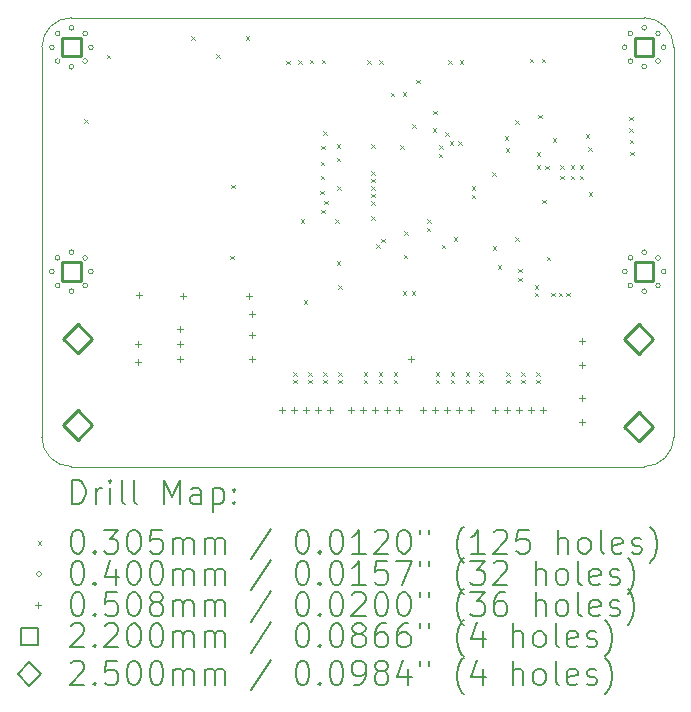
<source format=gbr>
%TF.GenerationSoftware,KiCad,Pcbnew,7.0.6*%
%TF.CreationDate,2024-01-08T01:59:53+08:00*%
%TF.ProjectId,CawBMS,43617742-4d53-42e6-9b69-6361645f7063,rev?*%
%TF.SameCoordinates,Original*%
%TF.FileFunction,Drillmap*%
%TF.FilePolarity,Positive*%
%FSLAX45Y45*%
G04 Gerber Fmt 4.5, Leading zero omitted, Abs format (unit mm)*
G04 Created by KiCad (PCBNEW 7.0.6) date 2024-01-08 01:59:53*
%MOMM*%
%LPD*%
G01*
G04 APERTURE LIST*
%ADD10C,0.100000*%
%ADD11C,0.200000*%
%ADD12C,0.030480*%
%ADD13C,0.040000*%
%ADD14C,0.050800*%
%ADD15C,0.220000*%
%ADD16C,0.250000*%
G04 APERTURE END LIST*
D10*
X11250000Y-9200000D02*
G75*
G03*
X11000000Y-9450000I0J-250000D01*
G01*
X11250000Y-13000000D02*
X16100000Y-13000000D01*
X16350000Y-9450000D02*
G75*
G03*
X16100000Y-9200000I-250000J0D01*
G01*
X16100000Y-13000000D02*
G75*
G03*
X16350000Y-12750000I0J250000D01*
G01*
X11000000Y-12750000D02*
G75*
G03*
X11250000Y-13000000I250000J0D01*
G01*
X16350000Y-12750000D02*
X16350000Y-9450000D01*
X11000000Y-9450000D02*
X11000000Y-12750000D01*
X16100000Y-9200000D02*
X11250000Y-9200000D01*
D11*
D12*
X11359960Y-10059860D02*
X11390440Y-10090340D01*
X11390440Y-10059860D02*
X11359960Y-10090340D01*
X11549760Y-9511760D02*
X11580240Y-9542240D01*
X11580240Y-9511760D02*
X11549760Y-9542240D01*
X12263760Y-9357760D02*
X12294240Y-9388240D01*
X12294240Y-9357760D02*
X12263760Y-9388240D01*
X12477760Y-9508070D02*
X12508240Y-9538550D01*
X12508240Y-9508070D02*
X12477760Y-9538550D01*
X12595860Y-11215010D02*
X12626340Y-11245490D01*
X12626340Y-11215010D02*
X12595860Y-11245490D01*
X12601760Y-10613760D02*
X12632240Y-10644240D01*
X12632240Y-10613760D02*
X12601760Y-10644240D01*
X12724760Y-9356760D02*
X12755240Y-9387240D01*
X12755240Y-9356760D02*
X12724760Y-9387240D01*
X13070760Y-9563900D02*
X13101240Y-9594380D01*
X13101240Y-9563900D02*
X13070760Y-9594380D01*
X13129260Y-12202160D02*
X13159740Y-12232640D01*
X13159740Y-12202160D02*
X13129260Y-12232640D01*
X13129260Y-12265660D02*
X13159740Y-12296140D01*
X13159740Y-12265660D02*
X13129260Y-12296140D01*
X13168760Y-9558760D02*
X13199240Y-9589240D01*
X13199240Y-9558760D02*
X13168760Y-9589240D01*
X13192760Y-10906760D02*
X13223240Y-10937240D01*
X13223240Y-10906760D02*
X13192760Y-10937240D01*
X13216760Y-11589760D02*
X13247240Y-11620240D01*
X13247240Y-11589760D02*
X13216760Y-11620240D01*
X13256260Y-12202160D02*
X13286740Y-12232640D01*
X13286740Y-12202160D02*
X13256260Y-12232640D01*
X13256260Y-12265660D02*
X13286740Y-12296140D01*
X13286740Y-12265660D02*
X13256260Y-12296140D01*
X13267760Y-9556760D02*
X13298240Y-9587240D01*
X13298240Y-9556760D02*
X13267760Y-9587240D01*
X13357860Y-10665460D02*
X13388340Y-10695940D01*
X13388340Y-10665460D02*
X13357860Y-10695940D01*
X13360760Y-10418838D02*
X13391240Y-10449318D01*
X13391240Y-10418838D02*
X13360760Y-10449318D01*
X13360760Y-10537760D02*
X13391240Y-10568240D01*
X13391240Y-10537760D02*
X13360760Y-10568240D01*
X13364760Y-10825760D02*
X13395240Y-10856240D01*
X13395240Y-10825760D02*
X13364760Y-10856240D01*
X13366760Y-10284760D02*
X13397240Y-10315240D01*
X13397240Y-10284760D02*
X13366760Y-10315240D01*
X13370760Y-9556760D02*
X13401240Y-9587240D01*
X13401240Y-9556760D02*
X13370760Y-9587240D01*
X13379760Y-10158760D02*
X13410240Y-10189240D01*
X13410240Y-10158760D02*
X13379760Y-10189240D01*
X13383260Y-12202160D02*
X13413740Y-12232640D01*
X13413740Y-12202160D02*
X13383260Y-12232640D01*
X13383260Y-12265660D02*
X13413740Y-12296140D01*
X13413740Y-12265660D02*
X13383260Y-12296140D01*
X13389360Y-10747760D02*
X13419840Y-10778240D01*
X13419840Y-10747760D02*
X13389360Y-10778240D01*
X13484860Y-10906760D02*
X13515340Y-10937240D01*
X13515340Y-10906760D02*
X13484860Y-10937240D01*
X13497560Y-10271760D02*
X13528040Y-10302240D01*
X13528040Y-10271760D02*
X13497560Y-10302240D01*
X13497560Y-10386060D02*
X13528040Y-10416540D01*
X13528040Y-10386060D02*
X13497560Y-10416540D01*
X13497560Y-11262360D02*
X13528040Y-11292840D01*
X13528040Y-11262360D02*
X13497560Y-11292840D01*
X13499760Y-10627360D02*
X13530240Y-10657840D01*
X13530240Y-10627360D02*
X13499760Y-10657840D01*
X13510260Y-11465560D02*
X13540740Y-11496040D01*
X13540740Y-11465560D02*
X13510260Y-11496040D01*
X13510260Y-12202160D02*
X13540740Y-12232640D01*
X13540740Y-12202160D02*
X13510260Y-12232640D01*
X13510260Y-12265660D02*
X13540740Y-12296140D01*
X13540740Y-12265660D02*
X13510260Y-12296140D01*
X13726160Y-12202160D02*
X13756640Y-12232640D01*
X13756640Y-12202160D02*
X13726160Y-12232640D01*
X13726160Y-12265660D02*
X13756640Y-12296140D01*
X13756640Y-12265660D02*
X13726160Y-12296140D01*
X13754760Y-9559760D02*
X13785240Y-9590240D01*
X13785240Y-9559760D02*
X13754760Y-9590240D01*
X13789660Y-10271760D02*
X13820140Y-10302240D01*
X13820140Y-10271760D02*
X13789660Y-10302240D01*
X13789660Y-10500360D02*
X13820140Y-10530840D01*
X13820140Y-10500360D02*
X13789660Y-10530840D01*
X13789660Y-10563860D02*
X13820140Y-10594340D01*
X13820140Y-10563860D02*
X13789660Y-10594340D01*
X13789660Y-10627360D02*
X13820140Y-10657840D01*
X13820140Y-10627360D02*
X13789660Y-10657840D01*
X13789660Y-10690860D02*
X13820140Y-10721340D01*
X13820140Y-10690860D02*
X13789660Y-10721340D01*
X13789660Y-10754360D02*
X13820140Y-10784840D01*
X13820140Y-10754360D02*
X13789660Y-10784840D01*
X13789660Y-10881360D02*
X13820140Y-10911840D01*
X13820140Y-10881360D02*
X13789660Y-10911840D01*
X13830760Y-11116760D02*
X13861240Y-11147240D01*
X13861240Y-11116760D02*
X13830760Y-11147240D01*
X13853160Y-12202160D02*
X13883640Y-12232640D01*
X13883640Y-12202160D02*
X13853160Y-12232640D01*
X13853160Y-12265660D02*
X13883640Y-12296140D01*
X13883640Y-12265660D02*
X13853160Y-12296140D01*
X13854760Y-9560760D02*
X13885240Y-9591240D01*
X13885240Y-9560760D02*
X13854760Y-9591240D01*
X13873760Y-11070760D02*
X13904240Y-11101240D01*
X13904240Y-11070760D02*
X13873760Y-11101240D01*
X13953760Y-9833760D02*
X13984240Y-9864240D01*
X13984240Y-9833760D02*
X13953760Y-9864240D01*
X13980160Y-12202160D02*
X14010640Y-12232640D01*
X14010640Y-12202160D02*
X13980160Y-12232640D01*
X13980160Y-12265660D02*
X14010640Y-12296140D01*
X14010640Y-12265660D02*
X13980160Y-12296140D01*
X14035760Y-10281760D02*
X14066240Y-10312240D01*
X14066240Y-10281760D02*
X14035760Y-10312240D01*
X14054760Y-9832760D02*
X14085240Y-9863240D01*
X14085240Y-9832760D02*
X14054760Y-9863240D01*
X14056360Y-11516360D02*
X14086840Y-11546840D01*
X14086840Y-11516360D02*
X14056360Y-11546840D01*
X14065220Y-11207720D02*
X14095700Y-11238200D01*
X14095700Y-11207720D02*
X14065220Y-11238200D01*
X14069060Y-11008360D02*
X14099540Y-11038840D01*
X14099540Y-11008360D02*
X14069060Y-11038840D01*
X14132560Y-11516360D02*
X14163040Y-11546840D01*
X14163040Y-11516360D02*
X14132560Y-11546840D01*
X14135346Y-10101174D02*
X14165826Y-10131654D01*
X14165826Y-10101174D02*
X14135346Y-10131654D01*
X14170660Y-9725660D02*
X14201140Y-9756140D01*
X14201140Y-9725660D02*
X14170660Y-9756140D01*
X14258774Y-10977746D02*
X14289254Y-11008226D01*
X14289254Y-10977746D02*
X14258774Y-11008226D01*
X14261982Y-10904205D02*
X14292462Y-10934685D01*
X14292462Y-10904205D02*
X14261982Y-10934685D01*
X14309760Y-10133760D02*
X14340240Y-10164240D01*
X14340240Y-10133760D02*
X14309760Y-10164240D01*
X14314760Y-9985760D02*
X14345240Y-10016240D01*
X14345240Y-9985760D02*
X14314760Y-10016240D01*
X14335760Y-12202160D02*
X14366240Y-12232640D01*
X14366240Y-12202160D02*
X14335760Y-12232640D01*
X14335760Y-12265660D02*
X14366240Y-12296140D01*
X14366240Y-12265660D02*
X14335760Y-12296140D01*
X14359760Y-10351760D02*
X14390240Y-10382240D01*
X14390240Y-10351760D02*
X14359760Y-10382240D01*
X14364727Y-10277771D02*
X14395207Y-10308251D01*
X14395207Y-10277771D02*
X14364727Y-10308251D01*
X14386560Y-11122660D02*
X14417040Y-11153140D01*
X14417040Y-11122660D02*
X14386560Y-11153140D01*
X14415760Y-10169760D02*
X14446240Y-10200240D01*
X14446240Y-10169760D02*
X14415760Y-10200240D01*
X14441760Y-9560760D02*
X14472240Y-9591240D01*
X14472240Y-9560760D02*
X14441760Y-9591240D01*
X14452760Y-10245760D02*
X14483240Y-10276240D01*
X14483240Y-10245760D02*
X14452760Y-10276240D01*
X14462760Y-12202160D02*
X14493240Y-12232640D01*
X14493240Y-12202160D02*
X14462760Y-12232640D01*
X14462760Y-12265660D02*
X14493240Y-12296140D01*
X14493240Y-12265660D02*
X14462760Y-12296140D01*
X14488160Y-11059160D02*
X14518640Y-11089640D01*
X14518640Y-11059160D02*
X14488160Y-11089640D01*
X14526370Y-10245564D02*
X14556850Y-10276044D01*
X14556850Y-10245564D02*
X14526370Y-10276044D01*
X14538760Y-9559760D02*
X14569240Y-9590240D01*
X14569240Y-9559760D02*
X14538760Y-9590240D01*
X14589760Y-12202160D02*
X14620240Y-12232640D01*
X14620240Y-12202160D02*
X14589760Y-12232640D01*
X14589760Y-12265660D02*
X14620240Y-12296140D01*
X14620240Y-12265660D02*
X14589760Y-12296140D01*
X14639800Y-10697596D02*
X14670280Y-10728076D01*
X14670280Y-10697596D02*
X14639800Y-10728076D01*
X14640899Y-10623994D02*
X14671379Y-10654474D01*
X14671379Y-10623994D02*
X14640899Y-10654474D01*
X14704060Y-12202160D02*
X14734540Y-12232640D01*
X14734540Y-12202160D02*
X14704060Y-12232640D01*
X14704060Y-12265660D02*
X14734540Y-12296140D01*
X14734540Y-12265660D02*
X14704060Y-12296140D01*
X14813760Y-10508760D02*
X14844240Y-10539240D01*
X14844240Y-10508760D02*
X14813760Y-10539240D01*
X14818360Y-11135360D02*
X14848840Y-11165840D01*
X14848840Y-11135360D02*
X14818360Y-11165840D01*
X14857960Y-11295430D02*
X14888440Y-11325910D01*
X14888440Y-11295430D02*
X14857960Y-11325910D01*
X14919760Y-10201760D02*
X14950240Y-10232240D01*
X14950240Y-10201760D02*
X14919760Y-10232240D01*
X14925760Y-10302760D02*
X14956240Y-10333240D01*
X14956240Y-10302760D02*
X14925760Y-10333240D01*
X14932660Y-12202160D02*
X14963140Y-12232640D01*
X14963140Y-12202160D02*
X14932660Y-12232640D01*
X14932660Y-12265660D02*
X14963140Y-12296140D01*
X14963140Y-12265660D02*
X14932660Y-12296140D01*
X15005760Y-10067760D02*
X15036240Y-10098240D01*
X15036240Y-10067760D02*
X15005760Y-10098240D01*
X15008860Y-11059160D02*
X15039340Y-11089640D01*
X15039340Y-11059160D02*
X15008860Y-11089640D01*
X15034260Y-11325860D02*
X15064740Y-11356340D01*
X15064740Y-11325860D02*
X15034260Y-11356340D01*
X15034260Y-11402060D02*
X15064740Y-11432540D01*
X15064740Y-11402060D02*
X15034260Y-11432540D01*
X15059660Y-12202160D02*
X15090140Y-12232640D01*
X15090140Y-12202160D02*
X15059660Y-12232640D01*
X15059660Y-12265660D02*
X15090140Y-12296140D01*
X15090140Y-12265660D02*
X15059660Y-12296140D01*
X15130760Y-9546760D02*
X15161240Y-9577240D01*
X15161240Y-9546760D02*
X15130760Y-9577240D01*
X15173960Y-11465560D02*
X15204440Y-11496040D01*
X15204440Y-11465560D02*
X15173960Y-11496040D01*
X15173960Y-11529060D02*
X15204440Y-11559540D01*
X15204440Y-11529060D02*
X15173960Y-11559540D01*
X15186660Y-12202160D02*
X15217140Y-12232640D01*
X15217140Y-12202160D02*
X15186660Y-12232640D01*
X15186660Y-12265660D02*
X15217140Y-12296140D01*
X15217140Y-12265660D02*
X15186660Y-12296140D01*
X15188899Y-10337449D02*
X15219379Y-10367929D01*
X15219379Y-10337449D02*
X15188899Y-10367929D01*
X15189030Y-10450281D02*
X15219510Y-10480761D01*
X15219510Y-10450281D02*
X15189030Y-10480761D01*
X15204760Y-10019760D02*
X15235240Y-10050240D01*
X15235240Y-10019760D02*
X15204760Y-10050240D01*
X15231760Y-9546760D02*
X15262240Y-9577240D01*
X15262240Y-9546760D02*
X15231760Y-9577240D01*
X15237460Y-10741660D02*
X15267940Y-10772140D01*
X15267940Y-10741660D02*
X15237460Y-10772140D01*
X15262561Y-10453690D02*
X15293041Y-10484170D01*
X15293041Y-10453690D02*
X15262561Y-10484170D01*
X15275560Y-11224260D02*
X15306040Y-11254740D01*
X15306040Y-11224260D02*
X15275560Y-11254740D01*
X15313660Y-11529060D02*
X15344140Y-11559540D01*
X15344140Y-11529060D02*
X15313660Y-11559540D01*
X15326360Y-10220960D02*
X15356840Y-10251440D01*
X15356840Y-10220960D02*
X15326360Y-10251440D01*
X15377160Y-11529060D02*
X15407640Y-11559540D01*
X15407640Y-11529060D02*
X15377160Y-11559540D01*
X15389860Y-10449560D02*
X15420340Y-10480040D01*
X15420340Y-10449560D02*
X15389860Y-10480040D01*
X15389860Y-10538460D02*
X15420340Y-10568940D01*
X15420340Y-10538460D02*
X15389860Y-10568940D01*
X15440660Y-11529760D02*
X15471140Y-11560240D01*
X15471140Y-11529760D02*
X15440660Y-11560240D01*
X15478760Y-10449560D02*
X15509240Y-10480040D01*
X15509240Y-10449560D02*
X15478760Y-10480040D01*
X15478760Y-10538460D02*
X15509240Y-10568940D01*
X15509240Y-10538460D02*
X15478760Y-10568940D01*
X15554960Y-10449560D02*
X15585440Y-10480040D01*
X15585440Y-10449560D02*
X15554960Y-10480040D01*
X15554960Y-10538460D02*
X15585440Y-10568940D01*
X15585440Y-10538460D02*
X15554960Y-10568940D01*
X15605760Y-10184410D02*
X15636240Y-10214890D01*
X15636240Y-10184410D02*
X15605760Y-10214890D01*
X15623456Y-10296990D02*
X15653936Y-10327470D01*
X15653936Y-10296990D02*
X15623456Y-10327470D01*
X15631160Y-10678160D02*
X15661640Y-10708640D01*
X15661640Y-10678160D02*
X15631160Y-10708640D01*
X15972760Y-10036760D02*
X16003240Y-10067240D01*
X16003240Y-10036760D02*
X15972760Y-10067240D01*
X15972760Y-10134760D02*
X16003240Y-10165240D01*
X16003240Y-10134760D02*
X15972760Y-10165240D01*
X15977760Y-10233760D02*
X16008240Y-10264240D01*
X16008240Y-10233760D02*
X15977760Y-10264240D01*
X15979760Y-10334760D02*
X16010240Y-10365240D01*
X16010240Y-10334760D02*
X15979760Y-10365240D01*
D13*
X11105000Y-9450000D02*
G75*
G03*
X11105000Y-9450000I-20000J0D01*
G01*
X11105000Y-11350000D02*
G75*
G03*
X11105000Y-11350000I-20000J0D01*
G01*
X11153327Y-9333327D02*
G75*
G03*
X11153327Y-9333327I-20000J0D01*
G01*
X11153327Y-9566673D02*
G75*
G03*
X11153327Y-9566673I-20000J0D01*
G01*
X11153327Y-11233327D02*
G75*
G03*
X11153327Y-11233327I-20000J0D01*
G01*
X11153327Y-11466673D02*
G75*
G03*
X11153327Y-11466673I-20000J0D01*
G01*
X11270000Y-9285000D02*
G75*
G03*
X11270000Y-9285000I-20000J0D01*
G01*
X11270000Y-9615000D02*
G75*
G03*
X11270000Y-9615000I-20000J0D01*
G01*
X11270000Y-11185000D02*
G75*
G03*
X11270000Y-11185000I-20000J0D01*
G01*
X11270000Y-11515000D02*
G75*
G03*
X11270000Y-11515000I-20000J0D01*
G01*
X11386673Y-9333327D02*
G75*
G03*
X11386673Y-9333327I-20000J0D01*
G01*
X11386673Y-9566673D02*
G75*
G03*
X11386673Y-9566673I-20000J0D01*
G01*
X11386673Y-11233327D02*
G75*
G03*
X11386673Y-11233327I-20000J0D01*
G01*
X11386673Y-11466673D02*
G75*
G03*
X11386673Y-11466673I-20000J0D01*
G01*
X11435000Y-9450000D02*
G75*
G03*
X11435000Y-9450000I-20000J0D01*
G01*
X11435000Y-11350000D02*
G75*
G03*
X11435000Y-11350000I-20000J0D01*
G01*
X15955000Y-9450000D02*
G75*
G03*
X15955000Y-9450000I-20000J0D01*
G01*
X15955000Y-11350000D02*
G75*
G03*
X15955000Y-11350000I-20000J0D01*
G01*
X16003327Y-9333327D02*
G75*
G03*
X16003327Y-9333327I-20000J0D01*
G01*
X16003327Y-9566673D02*
G75*
G03*
X16003327Y-9566673I-20000J0D01*
G01*
X16003327Y-11233327D02*
G75*
G03*
X16003327Y-11233327I-20000J0D01*
G01*
X16003327Y-11466673D02*
G75*
G03*
X16003327Y-11466673I-20000J0D01*
G01*
X16120000Y-9285000D02*
G75*
G03*
X16120000Y-9285000I-20000J0D01*
G01*
X16120000Y-9615000D02*
G75*
G03*
X16120000Y-9615000I-20000J0D01*
G01*
X16120000Y-11185000D02*
G75*
G03*
X16120000Y-11185000I-20000J0D01*
G01*
X16120000Y-11515000D02*
G75*
G03*
X16120000Y-11515000I-20000J0D01*
G01*
X16236673Y-9333327D02*
G75*
G03*
X16236673Y-9333327I-20000J0D01*
G01*
X16236673Y-9566673D02*
G75*
G03*
X16236673Y-9566673I-20000J0D01*
G01*
X16236673Y-11233327D02*
G75*
G03*
X16236673Y-11233327I-20000J0D01*
G01*
X16236673Y-11466673D02*
G75*
G03*
X16236673Y-11466673I-20000J0D01*
G01*
X16285000Y-9450000D02*
G75*
G03*
X16285000Y-9450000I-20000J0D01*
G01*
X16285000Y-11350000D02*
G75*
G03*
X16285000Y-11350000I-20000J0D01*
G01*
D14*
X11811000Y-11938000D02*
X11811000Y-11988800D01*
X11785600Y-11963400D02*
X11836400Y-11963400D01*
X11811000Y-12090400D02*
X11811000Y-12141200D01*
X11785600Y-12115800D02*
X11836400Y-12115800D01*
X11821000Y-11518600D02*
X11821000Y-11569400D01*
X11795600Y-11544000D02*
X11846400Y-11544000D01*
X12166600Y-11811000D02*
X12166600Y-11861800D01*
X12141200Y-11836400D02*
X12192000Y-11836400D01*
X12166600Y-11938000D02*
X12166600Y-11988800D01*
X12141200Y-11963400D02*
X12192000Y-11963400D01*
X12166600Y-12065000D02*
X12166600Y-12115800D01*
X12141200Y-12090400D02*
X12192000Y-12090400D01*
X12192000Y-11531600D02*
X12192000Y-11582400D01*
X12166600Y-11557000D02*
X12217400Y-11557000D01*
X12750800Y-11531600D02*
X12750800Y-11582400D01*
X12725400Y-11557000D02*
X12776200Y-11557000D01*
X12776200Y-11684000D02*
X12776200Y-11734800D01*
X12750800Y-11709400D02*
X12801600Y-11709400D01*
X12776200Y-11861800D02*
X12776200Y-11912600D01*
X12750800Y-11887200D02*
X12801600Y-11887200D01*
X12776200Y-12065000D02*
X12776200Y-12115800D01*
X12750800Y-12090400D02*
X12801600Y-12090400D01*
X13030200Y-12496800D02*
X13030200Y-12547600D01*
X13004800Y-12522200D02*
X13055600Y-12522200D01*
X13131800Y-12496800D02*
X13131800Y-12547600D01*
X13106400Y-12522200D02*
X13157200Y-12522200D01*
X13233400Y-12496800D02*
X13233400Y-12547600D01*
X13208000Y-12522200D02*
X13258800Y-12522200D01*
X13335000Y-12496800D02*
X13335000Y-12547600D01*
X13309600Y-12522200D02*
X13360400Y-12522200D01*
X13436600Y-12496800D02*
X13436600Y-12547600D01*
X13411200Y-12522200D02*
X13462000Y-12522200D01*
X13614400Y-12496800D02*
X13614400Y-12547600D01*
X13589000Y-12522200D02*
X13639800Y-12522200D01*
X13716000Y-12496800D02*
X13716000Y-12547600D01*
X13690600Y-12522200D02*
X13741400Y-12522200D01*
X13817600Y-12496800D02*
X13817600Y-12547600D01*
X13792200Y-12522200D02*
X13843000Y-12522200D01*
X13919200Y-12496800D02*
X13919200Y-12547600D01*
X13893800Y-12522200D02*
X13944600Y-12522200D01*
X14020800Y-12496800D02*
X14020800Y-12547600D01*
X13995400Y-12522200D02*
X14046200Y-12522200D01*
X14122350Y-12064950D02*
X14122350Y-12115750D01*
X14096950Y-12090350D02*
X14147750Y-12090350D01*
X14224000Y-12496800D02*
X14224000Y-12547600D01*
X14198600Y-12522200D02*
X14249400Y-12522200D01*
X14325600Y-12496800D02*
X14325600Y-12547600D01*
X14300200Y-12522200D02*
X14351000Y-12522200D01*
X14427200Y-12496800D02*
X14427200Y-12547600D01*
X14401800Y-12522200D02*
X14452600Y-12522200D01*
X14528800Y-12496800D02*
X14528800Y-12547600D01*
X14503400Y-12522200D02*
X14554200Y-12522200D01*
X14630400Y-12496800D02*
X14630400Y-12547600D01*
X14605000Y-12522200D02*
X14655800Y-12522200D01*
X14833600Y-12496800D02*
X14833600Y-12547600D01*
X14808200Y-12522200D02*
X14859000Y-12522200D01*
X14935200Y-12496800D02*
X14935200Y-12547600D01*
X14909800Y-12522200D02*
X14960600Y-12522200D01*
X15036800Y-12496800D02*
X15036800Y-12547600D01*
X15011400Y-12522200D02*
X15062200Y-12522200D01*
X15138400Y-12496800D02*
X15138400Y-12547600D01*
X15113000Y-12522200D02*
X15163800Y-12522200D01*
X15240000Y-12496800D02*
X15240000Y-12547600D01*
X15214600Y-12522200D02*
X15265400Y-12522200D01*
X15570200Y-11912600D02*
X15570200Y-11963400D01*
X15544800Y-11938000D02*
X15595600Y-11938000D01*
X15570200Y-12115800D02*
X15570200Y-12166600D01*
X15544800Y-12141200D02*
X15595600Y-12141200D01*
X15570200Y-12395200D02*
X15570200Y-12446000D01*
X15544800Y-12420600D02*
X15595600Y-12420600D01*
X15570200Y-12598400D02*
X15570200Y-12649200D01*
X15544800Y-12623800D02*
X15595600Y-12623800D01*
D15*
X11327782Y-9527783D02*
X11327782Y-9372218D01*
X11172218Y-9372218D01*
X11172218Y-9527783D01*
X11327782Y-9527783D01*
X11327782Y-11427782D02*
X11327782Y-11272217D01*
X11172218Y-11272217D01*
X11172218Y-11427782D01*
X11327782Y-11427782D01*
X16177782Y-9527783D02*
X16177782Y-9372218D01*
X16022217Y-9372218D01*
X16022217Y-9527783D01*
X16177782Y-9527783D01*
X16177782Y-11427782D02*
X16177782Y-11272217D01*
X16022217Y-11272217D01*
X16022217Y-11427782D01*
X16177782Y-11427782D01*
D16*
X11303000Y-12042300D02*
X11428000Y-11917300D01*
X11303000Y-11792300D01*
X11178000Y-11917300D01*
X11303000Y-12042300D01*
X11303000Y-12774200D02*
X11428000Y-12649200D01*
X11303000Y-12524200D01*
X11178000Y-12649200D01*
X11303000Y-12774200D01*
X16052800Y-12043100D02*
X16177800Y-11918100D01*
X16052800Y-11793100D01*
X15927800Y-11918100D01*
X16052800Y-12043100D01*
X16052800Y-12787700D02*
X16177800Y-12662700D01*
X16052800Y-12537700D01*
X15927800Y-12662700D01*
X16052800Y-12787700D01*
D11*
X11255777Y-13316484D02*
X11255777Y-13116484D01*
X11255777Y-13116484D02*
X11303396Y-13116484D01*
X11303396Y-13116484D02*
X11331967Y-13126008D01*
X11331967Y-13126008D02*
X11351015Y-13145055D01*
X11351015Y-13145055D02*
X11360539Y-13164103D01*
X11360539Y-13164103D02*
X11370062Y-13202198D01*
X11370062Y-13202198D02*
X11370062Y-13230769D01*
X11370062Y-13230769D02*
X11360539Y-13268865D01*
X11360539Y-13268865D02*
X11351015Y-13287912D01*
X11351015Y-13287912D02*
X11331967Y-13306960D01*
X11331967Y-13306960D02*
X11303396Y-13316484D01*
X11303396Y-13316484D02*
X11255777Y-13316484D01*
X11455777Y-13316484D02*
X11455777Y-13183150D01*
X11455777Y-13221246D02*
X11465301Y-13202198D01*
X11465301Y-13202198D02*
X11474824Y-13192674D01*
X11474824Y-13192674D02*
X11493872Y-13183150D01*
X11493872Y-13183150D02*
X11512920Y-13183150D01*
X11579586Y-13316484D02*
X11579586Y-13183150D01*
X11579586Y-13116484D02*
X11570062Y-13126008D01*
X11570062Y-13126008D02*
X11579586Y-13135531D01*
X11579586Y-13135531D02*
X11589110Y-13126008D01*
X11589110Y-13126008D02*
X11579586Y-13116484D01*
X11579586Y-13116484D02*
X11579586Y-13135531D01*
X11703396Y-13316484D02*
X11684348Y-13306960D01*
X11684348Y-13306960D02*
X11674824Y-13287912D01*
X11674824Y-13287912D02*
X11674824Y-13116484D01*
X11808158Y-13316484D02*
X11789110Y-13306960D01*
X11789110Y-13306960D02*
X11779586Y-13287912D01*
X11779586Y-13287912D02*
X11779586Y-13116484D01*
X12036729Y-13316484D02*
X12036729Y-13116484D01*
X12036729Y-13116484D02*
X12103396Y-13259341D01*
X12103396Y-13259341D02*
X12170062Y-13116484D01*
X12170062Y-13116484D02*
X12170062Y-13316484D01*
X12351015Y-13316484D02*
X12351015Y-13211722D01*
X12351015Y-13211722D02*
X12341491Y-13192674D01*
X12341491Y-13192674D02*
X12322443Y-13183150D01*
X12322443Y-13183150D02*
X12284348Y-13183150D01*
X12284348Y-13183150D02*
X12265301Y-13192674D01*
X12351015Y-13306960D02*
X12331967Y-13316484D01*
X12331967Y-13316484D02*
X12284348Y-13316484D01*
X12284348Y-13316484D02*
X12265301Y-13306960D01*
X12265301Y-13306960D02*
X12255777Y-13287912D01*
X12255777Y-13287912D02*
X12255777Y-13268865D01*
X12255777Y-13268865D02*
X12265301Y-13249817D01*
X12265301Y-13249817D02*
X12284348Y-13240293D01*
X12284348Y-13240293D02*
X12331967Y-13240293D01*
X12331967Y-13240293D02*
X12351015Y-13230769D01*
X12446253Y-13183150D02*
X12446253Y-13383150D01*
X12446253Y-13192674D02*
X12465301Y-13183150D01*
X12465301Y-13183150D02*
X12503396Y-13183150D01*
X12503396Y-13183150D02*
X12522443Y-13192674D01*
X12522443Y-13192674D02*
X12531967Y-13202198D01*
X12531967Y-13202198D02*
X12541491Y-13221246D01*
X12541491Y-13221246D02*
X12541491Y-13278388D01*
X12541491Y-13278388D02*
X12531967Y-13297436D01*
X12531967Y-13297436D02*
X12522443Y-13306960D01*
X12522443Y-13306960D02*
X12503396Y-13316484D01*
X12503396Y-13316484D02*
X12465301Y-13316484D01*
X12465301Y-13316484D02*
X12446253Y-13306960D01*
X12627205Y-13297436D02*
X12636729Y-13306960D01*
X12636729Y-13306960D02*
X12627205Y-13316484D01*
X12627205Y-13316484D02*
X12617682Y-13306960D01*
X12617682Y-13306960D02*
X12627205Y-13297436D01*
X12627205Y-13297436D02*
X12627205Y-13316484D01*
X12627205Y-13192674D02*
X12636729Y-13202198D01*
X12636729Y-13202198D02*
X12627205Y-13211722D01*
X12627205Y-13211722D02*
X12617682Y-13202198D01*
X12617682Y-13202198D02*
X12627205Y-13192674D01*
X12627205Y-13192674D02*
X12627205Y-13211722D01*
D12*
X10964520Y-13629760D02*
X10995000Y-13660240D01*
X10995000Y-13629760D02*
X10964520Y-13660240D01*
D11*
X11293872Y-13536484D02*
X11312920Y-13536484D01*
X11312920Y-13536484D02*
X11331967Y-13546008D01*
X11331967Y-13546008D02*
X11341491Y-13555531D01*
X11341491Y-13555531D02*
X11351015Y-13574579D01*
X11351015Y-13574579D02*
X11360539Y-13612674D01*
X11360539Y-13612674D02*
X11360539Y-13660293D01*
X11360539Y-13660293D02*
X11351015Y-13698388D01*
X11351015Y-13698388D02*
X11341491Y-13717436D01*
X11341491Y-13717436D02*
X11331967Y-13726960D01*
X11331967Y-13726960D02*
X11312920Y-13736484D01*
X11312920Y-13736484D02*
X11293872Y-13736484D01*
X11293872Y-13736484D02*
X11274824Y-13726960D01*
X11274824Y-13726960D02*
X11265301Y-13717436D01*
X11265301Y-13717436D02*
X11255777Y-13698388D01*
X11255777Y-13698388D02*
X11246253Y-13660293D01*
X11246253Y-13660293D02*
X11246253Y-13612674D01*
X11246253Y-13612674D02*
X11255777Y-13574579D01*
X11255777Y-13574579D02*
X11265301Y-13555531D01*
X11265301Y-13555531D02*
X11274824Y-13546008D01*
X11274824Y-13546008D02*
X11293872Y-13536484D01*
X11446253Y-13717436D02*
X11455777Y-13726960D01*
X11455777Y-13726960D02*
X11446253Y-13736484D01*
X11446253Y-13736484D02*
X11436729Y-13726960D01*
X11436729Y-13726960D02*
X11446253Y-13717436D01*
X11446253Y-13717436D02*
X11446253Y-13736484D01*
X11522443Y-13536484D02*
X11646253Y-13536484D01*
X11646253Y-13536484D02*
X11579586Y-13612674D01*
X11579586Y-13612674D02*
X11608158Y-13612674D01*
X11608158Y-13612674D02*
X11627205Y-13622198D01*
X11627205Y-13622198D02*
X11636729Y-13631722D01*
X11636729Y-13631722D02*
X11646253Y-13650769D01*
X11646253Y-13650769D02*
X11646253Y-13698388D01*
X11646253Y-13698388D02*
X11636729Y-13717436D01*
X11636729Y-13717436D02*
X11627205Y-13726960D01*
X11627205Y-13726960D02*
X11608158Y-13736484D01*
X11608158Y-13736484D02*
X11551015Y-13736484D01*
X11551015Y-13736484D02*
X11531967Y-13726960D01*
X11531967Y-13726960D02*
X11522443Y-13717436D01*
X11770062Y-13536484D02*
X11789110Y-13536484D01*
X11789110Y-13536484D02*
X11808158Y-13546008D01*
X11808158Y-13546008D02*
X11817682Y-13555531D01*
X11817682Y-13555531D02*
X11827205Y-13574579D01*
X11827205Y-13574579D02*
X11836729Y-13612674D01*
X11836729Y-13612674D02*
X11836729Y-13660293D01*
X11836729Y-13660293D02*
X11827205Y-13698388D01*
X11827205Y-13698388D02*
X11817682Y-13717436D01*
X11817682Y-13717436D02*
X11808158Y-13726960D01*
X11808158Y-13726960D02*
X11789110Y-13736484D01*
X11789110Y-13736484D02*
X11770062Y-13736484D01*
X11770062Y-13736484D02*
X11751015Y-13726960D01*
X11751015Y-13726960D02*
X11741491Y-13717436D01*
X11741491Y-13717436D02*
X11731967Y-13698388D01*
X11731967Y-13698388D02*
X11722443Y-13660293D01*
X11722443Y-13660293D02*
X11722443Y-13612674D01*
X11722443Y-13612674D02*
X11731967Y-13574579D01*
X11731967Y-13574579D02*
X11741491Y-13555531D01*
X11741491Y-13555531D02*
X11751015Y-13546008D01*
X11751015Y-13546008D02*
X11770062Y-13536484D01*
X12017682Y-13536484D02*
X11922443Y-13536484D01*
X11922443Y-13536484D02*
X11912920Y-13631722D01*
X11912920Y-13631722D02*
X11922443Y-13622198D01*
X11922443Y-13622198D02*
X11941491Y-13612674D01*
X11941491Y-13612674D02*
X11989110Y-13612674D01*
X11989110Y-13612674D02*
X12008158Y-13622198D01*
X12008158Y-13622198D02*
X12017682Y-13631722D01*
X12017682Y-13631722D02*
X12027205Y-13650769D01*
X12027205Y-13650769D02*
X12027205Y-13698388D01*
X12027205Y-13698388D02*
X12017682Y-13717436D01*
X12017682Y-13717436D02*
X12008158Y-13726960D01*
X12008158Y-13726960D02*
X11989110Y-13736484D01*
X11989110Y-13736484D02*
X11941491Y-13736484D01*
X11941491Y-13736484D02*
X11922443Y-13726960D01*
X11922443Y-13726960D02*
X11912920Y-13717436D01*
X12112920Y-13736484D02*
X12112920Y-13603150D01*
X12112920Y-13622198D02*
X12122443Y-13612674D01*
X12122443Y-13612674D02*
X12141491Y-13603150D01*
X12141491Y-13603150D02*
X12170063Y-13603150D01*
X12170063Y-13603150D02*
X12189110Y-13612674D01*
X12189110Y-13612674D02*
X12198634Y-13631722D01*
X12198634Y-13631722D02*
X12198634Y-13736484D01*
X12198634Y-13631722D02*
X12208158Y-13612674D01*
X12208158Y-13612674D02*
X12227205Y-13603150D01*
X12227205Y-13603150D02*
X12255777Y-13603150D01*
X12255777Y-13603150D02*
X12274824Y-13612674D01*
X12274824Y-13612674D02*
X12284348Y-13631722D01*
X12284348Y-13631722D02*
X12284348Y-13736484D01*
X12379586Y-13736484D02*
X12379586Y-13603150D01*
X12379586Y-13622198D02*
X12389110Y-13612674D01*
X12389110Y-13612674D02*
X12408158Y-13603150D01*
X12408158Y-13603150D02*
X12436729Y-13603150D01*
X12436729Y-13603150D02*
X12455777Y-13612674D01*
X12455777Y-13612674D02*
X12465301Y-13631722D01*
X12465301Y-13631722D02*
X12465301Y-13736484D01*
X12465301Y-13631722D02*
X12474824Y-13612674D01*
X12474824Y-13612674D02*
X12493872Y-13603150D01*
X12493872Y-13603150D02*
X12522443Y-13603150D01*
X12522443Y-13603150D02*
X12541491Y-13612674D01*
X12541491Y-13612674D02*
X12551015Y-13631722D01*
X12551015Y-13631722D02*
X12551015Y-13736484D01*
X12941491Y-13526960D02*
X12770063Y-13784103D01*
X13198634Y-13536484D02*
X13217682Y-13536484D01*
X13217682Y-13536484D02*
X13236729Y-13546008D01*
X13236729Y-13546008D02*
X13246253Y-13555531D01*
X13246253Y-13555531D02*
X13255777Y-13574579D01*
X13255777Y-13574579D02*
X13265301Y-13612674D01*
X13265301Y-13612674D02*
X13265301Y-13660293D01*
X13265301Y-13660293D02*
X13255777Y-13698388D01*
X13255777Y-13698388D02*
X13246253Y-13717436D01*
X13246253Y-13717436D02*
X13236729Y-13726960D01*
X13236729Y-13726960D02*
X13217682Y-13736484D01*
X13217682Y-13736484D02*
X13198634Y-13736484D01*
X13198634Y-13736484D02*
X13179586Y-13726960D01*
X13179586Y-13726960D02*
X13170063Y-13717436D01*
X13170063Y-13717436D02*
X13160539Y-13698388D01*
X13160539Y-13698388D02*
X13151015Y-13660293D01*
X13151015Y-13660293D02*
X13151015Y-13612674D01*
X13151015Y-13612674D02*
X13160539Y-13574579D01*
X13160539Y-13574579D02*
X13170063Y-13555531D01*
X13170063Y-13555531D02*
X13179586Y-13546008D01*
X13179586Y-13546008D02*
X13198634Y-13536484D01*
X13351015Y-13717436D02*
X13360539Y-13726960D01*
X13360539Y-13726960D02*
X13351015Y-13736484D01*
X13351015Y-13736484D02*
X13341491Y-13726960D01*
X13341491Y-13726960D02*
X13351015Y-13717436D01*
X13351015Y-13717436D02*
X13351015Y-13736484D01*
X13484348Y-13536484D02*
X13503396Y-13536484D01*
X13503396Y-13536484D02*
X13522444Y-13546008D01*
X13522444Y-13546008D02*
X13531967Y-13555531D01*
X13531967Y-13555531D02*
X13541491Y-13574579D01*
X13541491Y-13574579D02*
X13551015Y-13612674D01*
X13551015Y-13612674D02*
X13551015Y-13660293D01*
X13551015Y-13660293D02*
X13541491Y-13698388D01*
X13541491Y-13698388D02*
X13531967Y-13717436D01*
X13531967Y-13717436D02*
X13522444Y-13726960D01*
X13522444Y-13726960D02*
X13503396Y-13736484D01*
X13503396Y-13736484D02*
X13484348Y-13736484D01*
X13484348Y-13736484D02*
X13465301Y-13726960D01*
X13465301Y-13726960D02*
X13455777Y-13717436D01*
X13455777Y-13717436D02*
X13446253Y-13698388D01*
X13446253Y-13698388D02*
X13436729Y-13660293D01*
X13436729Y-13660293D02*
X13436729Y-13612674D01*
X13436729Y-13612674D02*
X13446253Y-13574579D01*
X13446253Y-13574579D02*
X13455777Y-13555531D01*
X13455777Y-13555531D02*
X13465301Y-13546008D01*
X13465301Y-13546008D02*
X13484348Y-13536484D01*
X13741491Y-13736484D02*
X13627206Y-13736484D01*
X13684348Y-13736484D02*
X13684348Y-13536484D01*
X13684348Y-13536484D02*
X13665301Y-13565055D01*
X13665301Y-13565055D02*
X13646253Y-13584103D01*
X13646253Y-13584103D02*
X13627206Y-13593627D01*
X13817682Y-13555531D02*
X13827206Y-13546008D01*
X13827206Y-13546008D02*
X13846253Y-13536484D01*
X13846253Y-13536484D02*
X13893872Y-13536484D01*
X13893872Y-13536484D02*
X13912920Y-13546008D01*
X13912920Y-13546008D02*
X13922444Y-13555531D01*
X13922444Y-13555531D02*
X13931967Y-13574579D01*
X13931967Y-13574579D02*
X13931967Y-13593627D01*
X13931967Y-13593627D02*
X13922444Y-13622198D01*
X13922444Y-13622198D02*
X13808158Y-13736484D01*
X13808158Y-13736484D02*
X13931967Y-13736484D01*
X14055777Y-13536484D02*
X14074825Y-13536484D01*
X14074825Y-13536484D02*
X14093872Y-13546008D01*
X14093872Y-13546008D02*
X14103396Y-13555531D01*
X14103396Y-13555531D02*
X14112920Y-13574579D01*
X14112920Y-13574579D02*
X14122444Y-13612674D01*
X14122444Y-13612674D02*
X14122444Y-13660293D01*
X14122444Y-13660293D02*
X14112920Y-13698388D01*
X14112920Y-13698388D02*
X14103396Y-13717436D01*
X14103396Y-13717436D02*
X14093872Y-13726960D01*
X14093872Y-13726960D02*
X14074825Y-13736484D01*
X14074825Y-13736484D02*
X14055777Y-13736484D01*
X14055777Y-13736484D02*
X14036729Y-13726960D01*
X14036729Y-13726960D02*
X14027206Y-13717436D01*
X14027206Y-13717436D02*
X14017682Y-13698388D01*
X14017682Y-13698388D02*
X14008158Y-13660293D01*
X14008158Y-13660293D02*
X14008158Y-13612674D01*
X14008158Y-13612674D02*
X14017682Y-13574579D01*
X14017682Y-13574579D02*
X14027206Y-13555531D01*
X14027206Y-13555531D02*
X14036729Y-13546008D01*
X14036729Y-13546008D02*
X14055777Y-13536484D01*
X14198634Y-13536484D02*
X14198634Y-13574579D01*
X14274825Y-13536484D02*
X14274825Y-13574579D01*
X14570063Y-13812674D02*
X14560539Y-13803150D01*
X14560539Y-13803150D02*
X14541491Y-13774579D01*
X14541491Y-13774579D02*
X14531968Y-13755531D01*
X14531968Y-13755531D02*
X14522444Y-13726960D01*
X14522444Y-13726960D02*
X14512920Y-13679341D01*
X14512920Y-13679341D02*
X14512920Y-13641246D01*
X14512920Y-13641246D02*
X14522444Y-13593627D01*
X14522444Y-13593627D02*
X14531968Y-13565055D01*
X14531968Y-13565055D02*
X14541491Y-13546008D01*
X14541491Y-13546008D02*
X14560539Y-13517436D01*
X14560539Y-13517436D02*
X14570063Y-13507912D01*
X14751015Y-13736484D02*
X14636729Y-13736484D01*
X14693872Y-13736484D02*
X14693872Y-13536484D01*
X14693872Y-13536484D02*
X14674825Y-13565055D01*
X14674825Y-13565055D02*
X14655777Y-13584103D01*
X14655777Y-13584103D02*
X14636729Y-13593627D01*
X14827206Y-13555531D02*
X14836729Y-13546008D01*
X14836729Y-13546008D02*
X14855777Y-13536484D01*
X14855777Y-13536484D02*
X14903396Y-13536484D01*
X14903396Y-13536484D02*
X14922444Y-13546008D01*
X14922444Y-13546008D02*
X14931968Y-13555531D01*
X14931968Y-13555531D02*
X14941491Y-13574579D01*
X14941491Y-13574579D02*
X14941491Y-13593627D01*
X14941491Y-13593627D02*
X14931968Y-13622198D01*
X14931968Y-13622198D02*
X14817682Y-13736484D01*
X14817682Y-13736484D02*
X14941491Y-13736484D01*
X15122444Y-13536484D02*
X15027206Y-13536484D01*
X15027206Y-13536484D02*
X15017682Y-13631722D01*
X15017682Y-13631722D02*
X15027206Y-13622198D01*
X15027206Y-13622198D02*
X15046253Y-13612674D01*
X15046253Y-13612674D02*
X15093872Y-13612674D01*
X15093872Y-13612674D02*
X15112920Y-13622198D01*
X15112920Y-13622198D02*
X15122444Y-13631722D01*
X15122444Y-13631722D02*
X15131968Y-13650769D01*
X15131968Y-13650769D02*
X15131968Y-13698388D01*
X15131968Y-13698388D02*
X15122444Y-13717436D01*
X15122444Y-13717436D02*
X15112920Y-13726960D01*
X15112920Y-13726960D02*
X15093872Y-13736484D01*
X15093872Y-13736484D02*
X15046253Y-13736484D01*
X15046253Y-13736484D02*
X15027206Y-13726960D01*
X15027206Y-13726960D02*
X15017682Y-13717436D01*
X15370063Y-13736484D02*
X15370063Y-13536484D01*
X15455777Y-13736484D02*
X15455777Y-13631722D01*
X15455777Y-13631722D02*
X15446253Y-13612674D01*
X15446253Y-13612674D02*
X15427206Y-13603150D01*
X15427206Y-13603150D02*
X15398634Y-13603150D01*
X15398634Y-13603150D02*
X15379587Y-13612674D01*
X15379587Y-13612674D02*
X15370063Y-13622198D01*
X15579587Y-13736484D02*
X15560539Y-13726960D01*
X15560539Y-13726960D02*
X15551015Y-13717436D01*
X15551015Y-13717436D02*
X15541491Y-13698388D01*
X15541491Y-13698388D02*
X15541491Y-13641246D01*
X15541491Y-13641246D02*
X15551015Y-13622198D01*
X15551015Y-13622198D02*
X15560539Y-13612674D01*
X15560539Y-13612674D02*
X15579587Y-13603150D01*
X15579587Y-13603150D02*
X15608158Y-13603150D01*
X15608158Y-13603150D02*
X15627206Y-13612674D01*
X15627206Y-13612674D02*
X15636730Y-13622198D01*
X15636730Y-13622198D02*
X15646253Y-13641246D01*
X15646253Y-13641246D02*
X15646253Y-13698388D01*
X15646253Y-13698388D02*
X15636730Y-13717436D01*
X15636730Y-13717436D02*
X15627206Y-13726960D01*
X15627206Y-13726960D02*
X15608158Y-13736484D01*
X15608158Y-13736484D02*
X15579587Y-13736484D01*
X15760539Y-13736484D02*
X15741491Y-13726960D01*
X15741491Y-13726960D02*
X15731968Y-13707912D01*
X15731968Y-13707912D02*
X15731968Y-13536484D01*
X15912920Y-13726960D02*
X15893872Y-13736484D01*
X15893872Y-13736484D02*
X15855777Y-13736484D01*
X15855777Y-13736484D02*
X15836730Y-13726960D01*
X15836730Y-13726960D02*
X15827206Y-13707912D01*
X15827206Y-13707912D02*
X15827206Y-13631722D01*
X15827206Y-13631722D02*
X15836730Y-13612674D01*
X15836730Y-13612674D02*
X15855777Y-13603150D01*
X15855777Y-13603150D02*
X15893872Y-13603150D01*
X15893872Y-13603150D02*
X15912920Y-13612674D01*
X15912920Y-13612674D02*
X15922444Y-13631722D01*
X15922444Y-13631722D02*
X15922444Y-13650769D01*
X15922444Y-13650769D02*
X15827206Y-13669817D01*
X15998634Y-13726960D02*
X16017682Y-13736484D01*
X16017682Y-13736484D02*
X16055777Y-13736484D01*
X16055777Y-13736484D02*
X16074825Y-13726960D01*
X16074825Y-13726960D02*
X16084349Y-13707912D01*
X16084349Y-13707912D02*
X16084349Y-13698388D01*
X16084349Y-13698388D02*
X16074825Y-13679341D01*
X16074825Y-13679341D02*
X16055777Y-13669817D01*
X16055777Y-13669817D02*
X16027206Y-13669817D01*
X16027206Y-13669817D02*
X16008158Y-13660293D01*
X16008158Y-13660293D02*
X15998634Y-13641246D01*
X15998634Y-13641246D02*
X15998634Y-13631722D01*
X15998634Y-13631722D02*
X16008158Y-13612674D01*
X16008158Y-13612674D02*
X16027206Y-13603150D01*
X16027206Y-13603150D02*
X16055777Y-13603150D01*
X16055777Y-13603150D02*
X16074825Y-13612674D01*
X16151015Y-13812674D02*
X16160539Y-13803150D01*
X16160539Y-13803150D02*
X16179587Y-13774579D01*
X16179587Y-13774579D02*
X16189111Y-13755531D01*
X16189111Y-13755531D02*
X16198634Y-13726960D01*
X16198634Y-13726960D02*
X16208158Y-13679341D01*
X16208158Y-13679341D02*
X16208158Y-13641246D01*
X16208158Y-13641246D02*
X16198634Y-13593627D01*
X16198634Y-13593627D02*
X16189111Y-13565055D01*
X16189111Y-13565055D02*
X16179587Y-13546008D01*
X16179587Y-13546008D02*
X16160539Y-13517436D01*
X16160539Y-13517436D02*
X16151015Y-13507912D01*
D13*
X10995000Y-13909000D02*
G75*
G03*
X10995000Y-13909000I-20000J0D01*
G01*
D11*
X11293872Y-13800484D02*
X11312920Y-13800484D01*
X11312920Y-13800484D02*
X11331967Y-13810008D01*
X11331967Y-13810008D02*
X11341491Y-13819531D01*
X11341491Y-13819531D02*
X11351015Y-13838579D01*
X11351015Y-13838579D02*
X11360539Y-13876674D01*
X11360539Y-13876674D02*
X11360539Y-13924293D01*
X11360539Y-13924293D02*
X11351015Y-13962388D01*
X11351015Y-13962388D02*
X11341491Y-13981436D01*
X11341491Y-13981436D02*
X11331967Y-13990960D01*
X11331967Y-13990960D02*
X11312920Y-14000484D01*
X11312920Y-14000484D02*
X11293872Y-14000484D01*
X11293872Y-14000484D02*
X11274824Y-13990960D01*
X11274824Y-13990960D02*
X11265301Y-13981436D01*
X11265301Y-13981436D02*
X11255777Y-13962388D01*
X11255777Y-13962388D02*
X11246253Y-13924293D01*
X11246253Y-13924293D02*
X11246253Y-13876674D01*
X11246253Y-13876674D02*
X11255777Y-13838579D01*
X11255777Y-13838579D02*
X11265301Y-13819531D01*
X11265301Y-13819531D02*
X11274824Y-13810008D01*
X11274824Y-13810008D02*
X11293872Y-13800484D01*
X11446253Y-13981436D02*
X11455777Y-13990960D01*
X11455777Y-13990960D02*
X11446253Y-14000484D01*
X11446253Y-14000484D02*
X11436729Y-13990960D01*
X11436729Y-13990960D02*
X11446253Y-13981436D01*
X11446253Y-13981436D02*
X11446253Y-14000484D01*
X11627205Y-13867150D02*
X11627205Y-14000484D01*
X11579586Y-13790960D02*
X11531967Y-13933817D01*
X11531967Y-13933817D02*
X11655777Y-13933817D01*
X11770062Y-13800484D02*
X11789110Y-13800484D01*
X11789110Y-13800484D02*
X11808158Y-13810008D01*
X11808158Y-13810008D02*
X11817682Y-13819531D01*
X11817682Y-13819531D02*
X11827205Y-13838579D01*
X11827205Y-13838579D02*
X11836729Y-13876674D01*
X11836729Y-13876674D02*
X11836729Y-13924293D01*
X11836729Y-13924293D02*
X11827205Y-13962388D01*
X11827205Y-13962388D02*
X11817682Y-13981436D01*
X11817682Y-13981436D02*
X11808158Y-13990960D01*
X11808158Y-13990960D02*
X11789110Y-14000484D01*
X11789110Y-14000484D02*
X11770062Y-14000484D01*
X11770062Y-14000484D02*
X11751015Y-13990960D01*
X11751015Y-13990960D02*
X11741491Y-13981436D01*
X11741491Y-13981436D02*
X11731967Y-13962388D01*
X11731967Y-13962388D02*
X11722443Y-13924293D01*
X11722443Y-13924293D02*
X11722443Y-13876674D01*
X11722443Y-13876674D02*
X11731967Y-13838579D01*
X11731967Y-13838579D02*
X11741491Y-13819531D01*
X11741491Y-13819531D02*
X11751015Y-13810008D01*
X11751015Y-13810008D02*
X11770062Y-13800484D01*
X11960539Y-13800484D02*
X11979586Y-13800484D01*
X11979586Y-13800484D02*
X11998634Y-13810008D01*
X11998634Y-13810008D02*
X12008158Y-13819531D01*
X12008158Y-13819531D02*
X12017682Y-13838579D01*
X12017682Y-13838579D02*
X12027205Y-13876674D01*
X12027205Y-13876674D02*
X12027205Y-13924293D01*
X12027205Y-13924293D02*
X12017682Y-13962388D01*
X12017682Y-13962388D02*
X12008158Y-13981436D01*
X12008158Y-13981436D02*
X11998634Y-13990960D01*
X11998634Y-13990960D02*
X11979586Y-14000484D01*
X11979586Y-14000484D02*
X11960539Y-14000484D01*
X11960539Y-14000484D02*
X11941491Y-13990960D01*
X11941491Y-13990960D02*
X11931967Y-13981436D01*
X11931967Y-13981436D02*
X11922443Y-13962388D01*
X11922443Y-13962388D02*
X11912920Y-13924293D01*
X11912920Y-13924293D02*
X11912920Y-13876674D01*
X11912920Y-13876674D02*
X11922443Y-13838579D01*
X11922443Y-13838579D02*
X11931967Y-13819531D01*
X11931967Y-13819531D02*
X11941491Y-13810008D01*
X11941491Y-13810008D02*
X11960539Y-13800484D01*
X12112920Y-14000484D02*
X12112920Y-13867150D01*
X12112920Y-13886198D02*
X12122443Y-13876674D01*
X12122443Y-13876674D02*
X12141491Y-13867150D01*
X12141491Y-13867150D02*
X12170063Y-13867150D01*
X12170063Y-13867150D02*
X12189110Y-13876674D01*
X12189110Y-13876674D02*
X12198634Y-13895722D01*
X12198634Y-13895722D02*
X12198634Y-14000484D01*
X12198634Y-13895722D02*
X12208158Y-13876674D01*
X12208158Y-13876674D02*
X12227205Y-13867150D01*
X12227205Y-13867150D02*
X12255777Y-13867150D01*
X12255777Y-13867150D02*
X12274824Y-13876674D01*
X12274824Y-13876674D02*
X12284348Y-13895722D01*
X12284348Y-13895722D02*
X12284348Y-14000484D01*
X12379586Y-14000484D02*
X12379586Y-13867150D01*
X12379586Y-13886198D02*
X12389110Y-13876674D01*
X12389110Y-13876674D02*
X12408158Y-13867150D01*
X12408158Y-13867150D02*
X12436729Y-13867150D01*
X12436729Y-13867150D02*
X12455777Y-13876674D01*
X12455777Y-13876674D02*
X12465301Y-13895722D01*
X12465301Y-13895722D02*
X12465301Y-14000484D01*
X12465301Y-13895722D02*
X12474824Y-13876674D01*
X12474824Y-13876674D02*
X12493872Y-13867150D01*
X12493872Y-13867150D02*
X12522443Y-13867150D01*
X12522443Y-13867150D02*
X12541491Y-13876674D01*
X12541491Y-13876674D02*
X12551015Y-13895722D01*
X12551015Y-13895722D02*
X12551015Y-14000484D01*
X12941491Y-13790960D02*
X12770063Y-14048103D01*
X13198634Y-13800484D02*
X13217682Y-13800484D01*
X13217682Y-13800484D02*
X13236729Y-13810008D01*
X13236729Y-13810008D02*
X13246253Y-13819531D01*
X13246253Y-13819531D02*
X13255777Y-13838579D01*
X13255777Y-13838579D02*
X13265301Y-13876674D01*
X13265301Y-13876674D02*
X13265301Y-13924293D01*
X13265301Y-13924293D02*
X13255777Y-13962388D01*
X13255777Y-13962388D02*
X13246253Y-13981436D01*
X13246253Y-13981436D02*
X13236729Y-13990960D01*
X13236729Y-13990960D02*
X13217682Y-14000484D01*
X13217682Y-14000484D02*
X13198634Y-14000484D01*
X13198634Y-14000484D02*
X13179586Y-13990960D01*
X13179586Y-13990960D02*
X13170063Y-13981436D01*
X13170063Y-13981436D02*
X13160539Y-13962388D01*
X13160539Y-13962388D02*
X13151015Y-13924293D01*
X13151015Y-13924293D02*
X13151015Y-13876674D01*
X13151015Y-13876674D02*
X13160539Y-13838579D01*
X13160539Y-13838579D02*
X13170063Y-13819531D01*
X13170063Y-13819531D02*
X13179586Y-13810008D01*
X13179586Y-13810008D02*
X13198634Y-13800484D01*
X13351015Y-13981436D02*
X13360539Y-13990960D01*
X13360539Y-13990960D02*
X13351015Y-14000484D01*
X13351015Y-14000484D02*
X13341491Y-13990960D01*
X13341491Y-13990960D02*
X13351015Y-13981436D01*
X13351015Y-13981436D02*
X13351015Y-14000484D01*
X13484348Y-13800484D02*
X13503396Y-13800484D01*
X13503396Y-13800484D02*
X13522444Y-13810008D01*
X13522444Y-13810008D02*
X13531967Y-13819531D01*
X13531967Y-13819531D02*
X13541491Y-13838579D01*
X13541491Y-13838579D02*
X13551015Y-13876674D01*
X13551015Y-13876674D02*
X13551015Y-13924293D01*
X13551015Y-13924293D02*
X13541491Y-13962388D01*
X13541491Y-13962388D02*
X13531967Y-13981436D01*
X13531967Y-13981436D02*
X13522444Y-13990960D01*
X13522444Y-13990960D02*
X13503396Y-14000484D01*
X13503396Y-14000484D02*
X13484348Y-14000484D01*
X13484348Y-14000484D02*
X13465301Y-13990960D01*
X13465301Y-13990960D02*
X13455777Y-13981436D01*
X13455777Y-13981436D02*
X13446253Y-13962388D01*
X13446253Y-13962388D02*
X13436729Y-13924293D01*
X13436729Y-13924293D02*
X13436729Y-13876674D01*
X13436729Y-13876674D02*
X13446253Y-13838579D01*
X13446253Y-13838579D02*
X13455777Y-13819531D01*
X13455777Y-13819531D02*
X13465301Y-13810008D01*
X13465301Y-13810008D02*
X13484348Y-13800484D01*
X13741491Y-14000484D02*
X13627206Y-14000484D01*
X13684348Y-14000484D02*
X13684348Y-13800484D01*
X13684348Y-13800484D02*
X13665301Y-13829055D01*
X13665301Y-13829055D02*
X13646253Y-13848103D01*
X13646253Y-13848103D02*
X13627206Y-13857627D01*
X13922444Y-13800484D02*
X13827206Y-13800484D01*
X13827206Y-13800484D02*
X13817682Y-13895722D01*
X13817682Y-13895722D02*
X13827206Y-13886198D01*
X13827206Y-13886198D02*
X13846253Y-13876674D01*
X13846253Y-13876674D02*
X13893872Y-13876674D01*
X13893872Y-13876674D02*
X13912920Y-13886198D01*
X13912920Y-13886198D02*
X13922444Y-13895722D01*
X13922444Y-13895722D02*
X13931967Y-13914769D01*
X13931967Y-13914769D02*
X13931967Y-13962388D01*
X13931967Y-13962388D02*
X13922444Y-13981436D01*
X13922444Y-13981436D02*
X13912920Y-13990960D01*
X13912920Y-13990960D02*
X13893872Y-14000484D01*
X13893872Y-14000484D02*
X13846253Y-14000484D01*
X13846253Y-14000484D02*
X13827206Y-13990960D01*
X13827206Y-13990960D02*
X13817682Y-13981436D01*
X13998634Y-13800484D02*
X14131967Y-13800484D01*
X14131967Y-13800484D02*
X14046253Y-14000484D01*
X14198634Y-13800484D02*
X14198634Y-13838579D01*
X14274825Y-13800484D02*
X14274825Y-13838579D01*
X14570063Y-14076674D02*
X14560539Y-14067150D01*
X14560539Y-14067150D02*
X14541491Y-14038579D01*
X14541491Y-14038579D02*
X14531968Y-14019531D01*
X14531968Y-14019531D02*
X14522444Y-13990960D01*
X14522444Y-13990960D02*
X14512920Y-13943341D01*
X14512920Y-13943341D02*
X14512920Y-13905246D01*
X14512920Y-13905246D02*
X14522444Y-13857627D01*
X14522444Y-13857627D02*
X14531968Y-13829055D01*
X14531968Y-13829055D02*
X14541491Y-13810008D01*
X14541491Y-13810008D02*
X14560539Y-13781436D01*
X14560539Y-13781436D02*
X14570063Y-13771912D01*
X14627206Y-13800484D02*
X14751015Y-13800484D01*
X14751015Y-13800484D02*
X14684348Y-13876674D01*
X14684348Y-13876674D02*
X14712920Y-13876674D01*
X14712920Y-13876674D02*
X14731968Y-13886198D01*
X14731968Y-13886198D02*
X14741491Y-13895722D01*
X14741491Y-13895722D02*
X14751015Y-13914769D01*
X14751015Y-13914769D02*
X14751015Y-13962388D01*
X14751015Y-13962388D02*
X14741491Y-13981436D01*
X14741491Y-13981436D02*
X14731968Y-13990960D01*
X14731968Y-13990960D02*
X14712920Y-14000484D01*
X14712920Y-14000484D02*
X14655777Y-14000484D01*
X14655777Y-14000484D02*
X14636729Y-13990960D01*
X14636729Y-13990960D02*
X14627206Y-13981436D01*
X14827206Y-13819531D02*
X14836729Y-13810008D01*
X14836729Y-13810008D02*
X14855777Y-13800484D01*
X14855777Y-13800484D02*
X14903396Y-13800484D01*
X14903396Y-13800484D02*
X14922444Y-13810008D01*
X14922444Y-13810008D02*
X14931968Y-13819531D01*
X14931968Y-13819531D02*
X14941491Y-13838579D01*
X14941491Y-13838579D02*
X14941491Y-13857627D01*
X14941491Y-13857627D02*
X14931968Y-13886198D01*
X14931968Y-13886198D02*
X14817682Y-14000484D01*
X14817682Y-14000484D02*
X14941491Y-14000484D01*
X15179587Y-14000484D02*
X15179587Y-13800484D01*
X15265301Y-14000484D02*
X15265301Y-13895722D01*
X15265301Y-13895722D02*
X15255777Y-13876674D01*
X15255777Y-13876674D02*
X15236730Y-13867150D01*
X15236730Y-13867150D02*
X15208158Y-13867150D01*
X15208158Y-13867150D02*
X15189110Y-13876674D01*
X15189110Y-13876674D02*
X15179587Y-13886198D01*
X15389110Y-14000484D02*
X15370063Y-13990960D01*
X15370063Y-13990960D02*
X15360539Y-13981436D01*
X15360539Y-13981436D02*
X15351015Y-13962388D01*
X15351015Y-13962388D02*
X15351015Y-13905246D01*
X15351015Y-13905246D02*
X15360539Y-13886198D01*
X15360539Y-13886198D02*
X15370063Y-13876674D01*
X15370063Y-13876674D02*
X15389110Y-13867150D01*
X15389110Y-13867150D02*
X15417682Y-13867150D01*
X15417682Y-13867150D02*
X15436730Y-13876674D01*
X15436730Y-13876674D02*
X15446253Y-13886198D01*
X15446253Y-13886198D02*
X15455777Y-13905246D01*
X15455777Y-13905246D02*
X15455777Y-13962388D01*
X15455777Y-13962388D02*
X15446253Y-13981436D01*
X15446253Y-13981436D02*
X15436730Y-13990960D01*
X15436730Y-13990960D02*
X15417682Y-14000484D01*
X15417682Y-14000484D02*
X15389110Y-14000484D01*
X15570063Y-14000484D02*
X15551015Y-13990960D01*
X15551015Y-13990960D02*
X15541491Y-13971912D01*
X15541491Y-13971912D02*
X15541491Y-13800484D01*
X15722444Y-13990960D02*
X15703396Y-14000484D01*
X15703396Y-14000484D02*
X15665301Y-14000484D01*
X15665301Y-14000484D02*
X15646253Y-13990960D01*
X15646253Y-13990960D02*
X15636730Y-13971912D01*
X15636730Y-13971912D02*
X15636730Y-13895722D01*
X15636730Y-13895722D02*
X15646253Y-13876674D01*
X15646253Y-13876674D02*
X15665301Y-13867150D01*
X15665301Y-13867150D02*
X15703396Y-13867150D01*
X15703396Y-13867150D02*
X15722444Y-13876674D01*
X15722444Y-13876674D02*
X15731968Y-13895722D01*
X15731968Y-13895722D02*
X15731968Y-13914769D01*
X15731968Y-13914769D02*
X15636730Y-13933817D01*
X15808158Y-13990960D02*
X15827206Y-14000484D01*
X15827206Y-14000484D02*
X15865301Y-14000484D01*
X15865301Y-14000484D02*
X15884349Y-13990960D01*
X15884349Y-13990960D02*
X15893872Y-13971912D01*
X15893872Y-13971912D02*
X15893872Y-13962388D01*
X15893872Y-13962388D02*
X15884349Y-13943341D01*
X15884349Y-13943341D02*
X15865301Y-13933817D01*
X15865301Y-13933817D02*
X15836730Y-13933817D01*
X15836730Y-13933817D02*
X15817682Y-13924293D01*
X15817682Y-13924293D02*
X15808158Y-13905246D01*
X15808158Y-13905246D02*
X15808158Y-13895722D01*
X15808158Y-13895722D02*
X15817682Y-13876674D01*
X15817682Y-13876674D02*
X15836730Y-13867150D01*
X15836730Y-13867150D02*
X15865301Y-13867150D01*
X15865301Y-13867150D02*
X15884349Y-13876674D01*
X15960539Y-14076674D02*
X15970063Y-14067150D01*
X15970063Y-14067150D02*
X15989111Y-14038579D01*
X15989111Y-14038579D02*
X15998634Y-14019531D01*
X15998634Y-14019531D02*
X16008158Y-13990960D01*
X16008158Y-13990960D02*
X16017682Y-13943341D01*
X16017682Y-13943341D02*
X16017682Y-13905246D01*
X16017682Y-13905246D02*
X16008158Y-13857627D01*
X16008158Y-13857627D02*
X15998634Y-13829055D01*
X15998634Y-13829055D02*
X15989111Y-13810008D01*
X15989111Y-13810008D02*
X15970063Y-13781436D01*
X15970063Y-13781436D02*
X15960539Y-13771912D01*
D14*
X10969600Y-14147600D02*
X10969600Y-14198400D01*
X10944200Y-14173000D02*
X10995000Y-14173000D01*
D11*
X11293872Y-14064484D02*
X11312920Y-14064484D01*
X11312920Y-14064484D02*
X11331967Y-14074008D01*
X11331967Y-14074008D02*
X11341491Y-14083531D01*
X11341491Y-14083531D02*
X11351015Y-14102579D01*
X11351015Y-14102579D02*
X11360539Y-14140674D01*
X11360539Y-14140674D02*
X11360539Y-14188293D01*
X11360539Y-14188293D02*
X11351015Y-14226388D01*
X11351015Y-14226388D02*
X11341491Y-14245436D01*
X11341491Y-14245436D02*
X11331967Y-14254960D01*
X11331967Y-14254960D02*
X11312920Y-14264484D01*
X11312920Y-14264484D02*
X11293872Y-14264484D01*
X11293872Y-14264484D02*
X11274824Y-14254960D01*
X11274824Y-14254960D02*
X11265301Y-14245436D01*
X11265301Y-14245436D02*
X11255777Y-14226388D01*
X11255777Y-14226388D02*
X11246253Y-14188293D01*
X11246253Y-14188293D02*
X11246253Y-14140674D01*
X11246253Y-14140674D02*
X11255777Y-14102579D01*
X11255777Y-14102579D02*
X11265301Y-14083531D01*
X11265301Y-14083531D02*
X11274824Y-14074008D01*
X11274824Y-14074008D02*
X11293872Y-14064484D01*
X11446253Y-14245436D02*
X11455777Y-14254960D01*
X11455777Y-14254960D02*
X11446253Y-14264484D01*
X11446253Y-14264484D02*
X11436729Y-14254960D01*
X11436729Y-14254960D02*
X11446253Y-14245436D01*
X11446253Y-14245436D02*
X11446253Y-14264484D01*
X11636729Y-14064484D02*
X11541491Y-14064484D01*
X11541491Y-14064484D02*
X11531967Y-14159722D01*
X11531967Y-14159722D02*
X11541491Y-14150198D01*
X11541491Y-14150198D02*
X11560539Y-14140674D01*
X11560539Y-14140674D02*
X11608158Y-14140674D01*
X11608158Y-14140674D02*
X11627205Y-14150198D01*
X11627205Y-14150198D02*
X11636729Y-14159722D01*
X11636729Y-14159722D02*
X11646253Y-14178769D01*
X11646253Y-14178769D02*
X11646253Y-14226388D01*
X11646253Y-14226388D02*
X11636729Y-14245436D01*
X11636729Y-14245436D02*
X11627205Y-14254960D01*
X11627205Y-14254960D02*
X11608158Y-14264484D01*
X11608158Y-14264484D02*
X11560539Y-14264484D01*
X11560539Y-14264484D02*
X11541491Y-14254960D01*
X11541491Y-14254960D02*
X11531967Y-14245436D01*
X11770062Y-14064484D02*
X11789110Y-14064484D01*
X11789110Y-14064484D02*
X11808158Y-14074008D01*
X11808158Y-14074008D02*
X11817682Y-14083531D01*
X11817682Y-14083531D02*
X11827205Y-14102579D01*
X11827205Y-14102579D02*
X11836729Y-14140674D01*
X11836729Y-14140674D02*
X11836729Y-14188293D01*
X11836729Y-14188293D02*
X11827205Y-14226388D01*
X11827205Y-14226388D02*
X11817682Y-14245436D01*
X11817682Y-14245436D02*
X11808158Y-14254960D01*
X11808158Y-14254960D02*
X11789110Y-14264484D01*
X11789110Y-14264484D02*
X11770062Y-14264484D01*
X11770062Y-14264484D02*
X11751015Y-14254960D01*
X11751015Y-14254960D02*
X11741491Y-14245436D01*
X11741491Y-14245436D02*
X11731967Y-14226388D01*
X11731967Y-14226388D02*
X11722443Y-14188293D01*
X11722443Y-14188293D02*
X11722443Y-14140674D01*
X11722443Y-14140674D02*
X11731967Y-14102579D01*
X11731967Y-14102579D02*
X11741491Y-14083531D01*
X11741491Y-14083531D02*
X11751015Y-14074008D01*
X11751015Y-14074008D02*
X11770062Y-14064484D01*
X11951015Y-14150198D02*
X11931967Y-14140674D01*
X11931967Y-14140674D02*
X11922443Y-14131150D01*
X11922443Y-14131150D02*
X11912920Y-14112103D01*
X11912920Y-14112103D02*
X11912920Y-14102579D01*
X11912920Y-14102579D02*
X11922443Y-14083531D01*
X11922443Y-14083531D02*
X11931967Y-14074008D01*
X11931967Y-14074008D02*
X11951015Y-14064484D01*
X11951015Y-14064484D02*
X11989110Y-14064484D01*
X11989110Y-14064484D02*
X12008158Y-14074008D01*
X12008158Y-14074008D02*
X12017682Y-14083531D01*
X12017682Y-14083531D02*
X12027205Y-14102579D01*
X12027205Y-14102579D02*
X12027205Y-14112103D01*
X12027205Y-14112103D02*
X12017682Y-14131150D01*
X12017682Y-14131150D02*
X12008158Y-14140674D01*
X12008158Y-14140674D02*
X11989110Y-14150198D01*
X11989110Y-14150198D02*
X11951015Y-14150198D01*
X11951015Y-14150198D02*
X11931967Y-14159722D01*
X11931967Y-14159722D02*
X11922443Y-14169246D01*
X11922443Y-14169246D02*
X11912920Y-14188293D01*
X11912920Y-14188293D02*
X11912920Y-14226388D01*
X11912920Y-14226388D02*
X11922443Y-14245436D01*
X11922443Y-14245436D02*
X11931967Y-14254960D01*
X11931967Y-14254960D02*
X11951015Y-14264484D01*
X11951015Y-14264484D02*
X11989110Y-14264484D01*
X11989110Y-14264484D02*
X12008158Y-14254960D01*
X12008158Y-14254960D02*
X12017682Y-14245436D01*
X12017682Y-14245436D02*
X12027205Y-14226388D01*
X12027205Y-14226388D02*
X12027205Y-14188293D01*
X12027205Y-14188293D02*
X12017682Y-14169246D01*
X12017682Y-14169246D02*
X12008158Y-14159722D01*
X12008158Y-14159722D02*
X11989110Y-14150198D01*
X12112920Y-14264484D02*
X12112920Y-14131150D01*
X12112920Y-14150198D02*
X12122443Y-14140674D01*
X12122443Y-14140674D02*
X12141491Y-14131150D01*
X12141491Y-14131150D02*
X12170063Y-14131150D01*
X12170063Y-14131150D02*
X12189110Y-14140674D01*
X12189110Y-14140674D02*
X12198634Y-14159722D01*
X12198634Y-14159722D02*
X12198634Y-14264484D01*
X12198634Y-14159722D02*
X12208158Y-14140674D01*
X12208158Y-14140674D02*
X12227205Y-14131150D01*
X12227205Y-14131150D02*
X12255777Y-14131150D01*
X12255777Y-14131150D02*
X12274824Y-14140674D01*
X12274824Y-14140674D02*
X12284348Y-14159722D01*
X12284348Y-14159722D02*
X12284348Y-14264484D01*
X12379586Y-14264484D02*
X12379586Y-14131150D01*
X12379586Y-14150198D02*
X12389110Y-14140674D01*
X12389110Y-14140674D02*
X12408158Y-14131150D01*
X12408158Y-14131150D02*
X12436729Y-14131150D01*
X12436729Y-14131150D02*
X12455777Y-14140674D01*
X12455777Y-14140674D02*
X12465301Y-14159722D01*
X12465301Y-14159722D02*
X12465301Y-14264484D01*
X12465301Y-14159722D02*
X12474824Y-14140674D01*
X12474824Y-14140674D02*
X12493872Y-14131150D01*
X12493872Y-14131150D02*
X12522443Y-14131150D01*
X12522443Y-14131150D02*
X12541491Y-14140674D01*
X12541491Y-14140674D02*
X12551015Y-14159722D01*
X12551015Y-14159722D02*
X12551015Y-14264484D01*
X12941491Y-14054960D02*
X12770063Y-14312103D01*
X13198634Y-14064484D02*
X13217682Y-14064484D01*
X13217682Y-14064484D02*
X13236729Y-14074008D01*
X13236729Y-14074008D02*
X13246253Y-14083531D01*
X13246253Y-14083531D02*
X13255777Y-14102579D01*
X13255777Y-14102579D02*
X13265301Y-14140674D01*
X13265301Y-14140674D02*
X13265301Y-14188293D01*
X13265301Y-14188293D02*
X13255777Y-14226388D01*
X13255777Y-14226388D02*
X13246253Y-14245436D01*
X13246253Y-14245436D02*
X13236729Y-14254960D01*
X13236729Y-14254960D02*
X13217682Y-14264484D01*
X13217682Y-14264484D02*
X13198634Y-14264484D01*
X13198634Y-14264484D02*
X13179586Y-14254960D01*
X13179586Y-14254960D02*
X13170063Y-14245436D01*
X13170063Y-14245436D02*
X13160539Y-14226388D01*
X13160539Y-14226388D02*
X13151015Y-14188293D01*
X13151015Y-14188293D02*
X13151015Y-14140674D01*
X13151015Y-14140674D02*
X13160539Y-14102579D01*
X13160539Y-14102579D02*
X13170063Y-14083531D01*
X13170063Y-14083531D02*
X13179586Y-14074008D01*
X13179586Y-14074008D02*
X13198634Y-14064484D01*
X13351015Y-14245436D02*
X13360539Y-14254960D01*
X13360539Y-14254960D02*
X13351015Y-14264484D01*
X13351015Y-14264484D02*
X13341491Y-14254960D01*
X13341491Y-14254960D02*
X13351015Y-14245436D01*
X13351015Y-14245436D02*
X13351015Y-14264484D01*
X13484348Y-14064484D02*
X13503396Y-14064484D01*
X13503396Y-14064484D02*
X13522444Y-14074008D01*
X13522444Y-14074008D02*
X13531967Y-14083531D01*
X13531967Y-14083531D02*
X13541491Y-14102579D01*
X13541491Y-14102579D02*
X13551015Y-14140674D01*
X13551015Y-14140674D02*
X13551015Y-14188293D01*
X13551015Y-14188293D02*
X13541491Y-14226388D01*
X13541491Y-14226388D02*
X13531967Y-14245436D01*
X13531967Y-14245436D02*
X13522444Y-14254960D01*
X13522444Y-14254960D02*
X13503396Y-14264484D01*
X13503396Y-14264484D02*
X13484348Y-14264484D01*
X13484348Y-14264484D02*
X13465301Y-14254960D01*
X13465301Y-14254960D02*
X13455777Y-14245436D01*
X13455777Y-14245436D02*
X13446253Y-14226388D01*
X13446253Y-14226388D02*
X13436729Y-14188293D01*
X13436729Y-14188293D02*
X13436729Y-14140674D01*
X13436729Y-14140674D02*
X13446253Y-14102579D01*
X13446253Y-14102579D02*
X13455777Y-14083531D01*
X13455777Y-14083531D02*
X13465301Y-14074008D01*
X13465301Y-14074008D02*
X13484348Y-14064484D01*
X13627206Y-14083531D02*
X13636729Y-14074008D01*
X13636729Y-14074008D02*
X13655777Y-14064484D01*
X13655777Y-14064484D02*
X13703396Y-14064484D01*
X13703396Y-14064484D02*
X13722444Y-14074008D01*
X13722444Y-14074008D02*
X13731967Y-14083531D01*
X13731967Y-14083531D02*
X13741491Y-14102579D01*
X13741491Y-14102579D02*
X13741491Y-14121627D01*
X13741491Y-14121627D02*
X13731967Y-14150198D01*
X13731967Y-14150198D02*
X13617682Y-14264484D01*
X13617682Y-14264484D02*
X13741491Y-14264484D01*
X13865301Y-14064484D02*
X13884348Y-14064484D01*
X13884348Y-14064484D02*
X13903396Y-14074008D01*
X13903396Y-14074008D02*
X13912920Y-14083531D01*
X13912920Y-14083531D02*
X13922444Y-14102579D01*
X13922444Y-14102579D02*
X13931967Y-14140674D01*
X13931967Y-14140674D02*
X13931967Y-14188293D01*
X13931967Y-14188293D02*
X13922444Y-14226388D01*
X13922444Y-14226388D02*
X13912920Y-14245436D01*
X13912920Y-14245436D02*
X13903396Y-14254960D01*
X13903396Y-14254960D02*
X13884348Y-14264484D01*
X13884348Y-14264484D02*
X13865301Y-14264484D01*
X13865301Y-14264484D02*
X13846253Y-14254960D01*
X13846253Y-14254960D02*
X13836729Y-14245436D01*
X13836729Y-14245436D02*
X13827206Y-14226388D01*
X13827206Y-14226388D02*
X13817682Y-14188293D01*
X13817682Y-14188293D02*
X13817682Y-14140674D01*
X13817682Y-14140674D02*
X13827206Y-14102579D01*
X13827206Y-14102579D02*
X13836729Y-14083531D01*
X13836729Y-14083531D02*
X13846253Y-14074008D01*
X13846253Y-14074008D02*
X13865301Y-14064484D01*
X14055777Y-14064484D02*
X14074825Y-14064484D01*
X14074825Y-14064484D02*
X14093872Y-14074008D01*
X14093872Y-14074008D02*
X14103396Y-14083531D01*
X14103396Y-14083531D02*
X14112920Y-14102579D01*
X14112920Y-14102579D02*
X14122444Y-14140674D01*
X14122444Y-14140674D02*
X14122444Y-14188293D01*
X14122444Y-14188293D02*
X14112920Y-14226388D01*
X14112920Y-14226388D02*
X14103396Y-14245436D01*
X14103396Y-14245436D02*
X14093872Y-14254960D01*
X14093872Y-14254960D02*
X14074825Y-14264484D01*
X14074825Y-14264484D02*
X14055777Y-14264484D01*
X14055777Y-14264484D02*
X14036729Y-14254960D01*
X14036729Y-14254960D02*
X14027206Y-14245436D01*
X14027206Y-14245436D02*
X14017682Y-14226388D01*
X14017682Y-14226388D02*
X14008158Y-14188293D01*
X14008158Y-14188293D02*
X14008158Y-14140674D01*
X14008158Y-14140674D02*
X14017682Y-14102579D01*
X14017682Y-14102579D02*
X14027206Y-14083531D01*
X14027206Y-14083531D02*
X14036729Y-14074008D01*
X14036729Y-14074008D02*
X14055777Y-14064484D01*
X14198634Y-14064484D02*
X14198634Y-14102579D01*
X14274825Y-14064484D02*
X14274825Y-14102579D01*
X14570063Y-14340674D02*
X14560539Y-14331150D01*
X14560539Y-14331150D02*
X14541491Y-14302579D01*
X14541491Y-14302579D02*
X14531968Y-14283531D01*
X14531968Y-14283531D02*
X14522444Y-14254960D01*
X14522444Y-14254960D02*
X14512920Y-14207341D01*
X14512920Y-14207341D02*
X14512920Y-14169246D01*
X14512920Y-14169246D02*
X14522444Y-14121627D01*
X14522444Y-14121627D02*
X14531968Y-14093055D01*
X14531968Y-14093055D02*
X14541491Y-14074008D01*
X14541491Y-14074008D02*
X14560539Y-14045436D01*
X14560539Y-14045436D02*
X14570063Y-14035912D01*
X14627206Y-14064484D02*
X14751015Y-14064484D01*
X14751015Y-14064484D02*
X14684348Y-14140674D01*
X14684348Y-14140674D02*
X14712920Y-14140674D01*
X14712920Y-14140674D02*
X14731968Y-14150198D01*
X14731968Y-14150198D02*
X14741491Y-14159722D01*
X14741491Y-14159722D02*
X14751015Y-14178769D01*
X14751015Y-14178769D02*
X14751015Y-14226388D01*
X14751015Y-14226388D02*
X14741491Y-14245436D01*
X14741491Y-14245436D02*
X14731968Y-14254960D01*
X14731968Y-14254960D02*
X14712920Y-14264484D01*
X14712920Y-14264484D02*
X14655777Y-14264484D01*
X14655777Y-14264484D02*
X14636729Y-14254960D01*
X14636729Y-14254960D02*
X14627206Y-14245436D01*
X14922444Y-14064484D02*
X14884348Y-14064484D01*
X14884348Y-14064484D02*
X14865301Y-14074008D01*
X14865301Y-14074008D02*
X14855777Y-14083531D01*
X14855777Y-14083531D02*
X14836729Y-14112103D01*
X14836729Y-14112103D02*
X14827206Y-14150198D01*
X14827206Y-14150198D02*
X14827206Y-14226388D01*
X14827206Y-14226388D02*
X14836729Y-14245436D01*
X14836729Y-14245436D02*
X14846253Y-14254960D01*
X14846253Y-14254960D02*
X14865301Y-14264484D01*
X14865301Y-14264484D02*
X14903396Y-14264484D01*
X14903396Y-14264484D02*
X14922444Y-14254960D01*
X14922444Y-14254960D02*
X14931968Y-14245436D01*
X14931968Y-14245436D02*
X14941491Y-14226388D01*
X14941491Y-14226388D02*
X14941491Y-14178769D01*
X14941491Y-14178769D02*
X14931968Y-14159722D01*
X14931968Y-14159722D02*
X14922444Y-14150198D01*
X14922444Y-14150198D02*
X14903396Y-14140674D01*
X14903396Y-14140674D02*
X14865301Y-14140674D01*
X14865301Y-14140674D02*
X14846253Y-14150198D01*
X14846253Y-14150198D02*
X14836729Y-14159722D01*
X14836729Y-14159722D02*
X14827206Y-14178769D01*
X15179587Y-14264484D02*
X15179587Y-14064484D01*
X15265301Y-14264484D02*
X15265301Y-14159722D01*
X15265301Y-14159722D02*
X15255777Y-14140674D01*
X15255777Y-14140674D02*
X15236730Y-14131150D01*
X15236730Y-14131150D02*
X15208158Y-14131150D01*
X15208158Y-14131150D02*
X15189110Y-14140674D01*
X15189110Y-14140674D02*
X15179587Y-14150198D01*
X15389110Y-14264484D02*
X15370063Y-14254960D01*
X15370063Y-14254960D02*
X15360539Y-14245436D01*
X15360539Y-14245436D02*
X15351015Y-14226388D01*
X15351015Y-14226388D02*
X15351015Y-14169246D01*
X15351015Y-14169246D02*
X15360539Y-14150198D01*
X15360539Y-14150198D02*
X15370063Y-14140674D01*
X15370063Y-14140674D02*
X15389110Y-14131150D01*
X15389110Y-14131150D02*
X15417682Y-14131150D01*
X15417682Y-14131150D02*
X15436730Y-14140674D01*
X15436730Y-14140674D02*
X15446253Y-14150198D01*
X15446253Y-14150198D02*
X15455777Y-14169246D01*
X15455777Y-14169246D02*
X15455777Y-14226388D01*
X15455777Y-14226388D02*
X15446253Y-14245436D01*
X15446253Y-14245436D02*
X15436730Y-14254960D01*
X15436730Y-14254960D02*
X15417682Y-14264484D01*
X15417682Y-14264484D02*
X15389110Y-14264484D01*
X15570063Y-14264484D02*
X15551015Y-14254960D01*
X15551015Y-14254960D02*
X15541491Y-14235912D01*
X15541491Y-14235912D02*
X15541491Y-14064484D01*
X15722444Y-14254960D02*
X15703396Y-14264484D01*
X15703396Y-14264484D02*
X15665301Y-14264484D01*
X15665301Y-14264484D02*
X15646253Y-14254960D01*
X15646253Y-14254960D02*
X15636730Y-14235912D01*
X15636730Y-14235912D02*
X15636730Y-14159722D01*
X15636730Y-14159722D02*
X15646253Y-14140674D01*
X15646253Y-14140674D02*
X15665301Y-14131150D01*
X15665301Y-14131150D02*
X15703396Y-14131150D01*
X15703396Y-14131150D02*
X15722444Y-14140674D01*
X15722444Y-14140674D02*
X15731968Y-14159722D01*
X15731968Y-14159722D02*
X15731968Y-14178769D01*
X15731968Y-14178769D02*
X15636730Y-14197817D01*
X15808158Y-14254960D02*
X15827206Y-14264484D01*
X15827206Y-14264484D02*
X15865301Y-14264484D01*
X15865301Y-14264484D02*
X15884349Y-14254960D01*
X15884349Y-14254960D02*
X15893872Y-14235912D01*
X15893872Y-14235912D02*
X15893872Y-14226388D01*
X15893872Y-14226388D02*
X15884349Y-14207341D01*
X15884349Y-14207341D02*
X15865301Y-14197817D01*
X15865301Y-14197817D02*
X15836730Y-14197817D01*
X15836730Y-14197817D02*
X15817682Y-14188293D01*
X15817682Y-14188293D02*
X15808158Y-14169246D01*
X15808158Y-14169246D02*
X15808158Y-14159722D01*
X15808158Y-14159722D02*
X15817682Y-14140674D01*
X15817682Y-14140674D02*
X15836730Y-14131150D01*
X15836730Y-14131150D02*
X15865301Y-14131150D01*
X15865301Y-14131150D02*
X15884349Y-14140674D01*
X15960539Y-14340674D02*
X15970063Y-14331150D01*
X15970063Y-14331150D02*
X15989111Y-14302579D01*
X15989111Y-14302579D02*
X15998634Y-14283531D01*
X15998634Y-14283531D02*
X16008158Y-14254960D01*
X16008158Y-14254960D02*
X16017682Y-14207341D01*
X16017682Y-14207341D02*
X16017682Y-14169246D01*
X16017682Y-14169246D02*
X16008158Y-14121627D01*
X16008158Y-14121627D02*
X15998634Y-14093055D01*
X15998634Y-14093055D02*
X15989111Y-14074008D01*
X15989111Y-14074008D02*
X15970063Y-14045436D01*
X15970063Y-14045436D02*
X15960539Y-14035912D01*
X10965711Y-14507711D02*
X10965711Y-14366289D01*
X10824289Y-14366289D01*
X10824289Y-14507711D01*
X10965711Y-14507711D01*
X11246253Y-14347531D02*
X11255777Y-14338008D01*
X11255777Y-14338008D02*
X11274824Y-14328484D01*
X11274824Y-14328484D02*
X11322443Y-14328484D01*
X11322443Y-14328484D02*
X11341491Y-14338008D01*
X11341491Y-14338008D02*
X11351015Y-14347531D01*
X11351015Y-14347531D02*
X11360539Y-14366579D01*
X11360539Y-14366579D02*
X11360539Y-14385627D01*
X11360539Y-14385627D02*
X11351015Y-14414198D01*
X11351015Y-14414198D02*
X11236729Y-14528484D01*
X11236729Y-14528484D02*
X11360539Y-14528484D01*
X11446253Y-14509436D02*
X11455777Y-14518960D01*
X11455777Y-14518960D02*
X11446253Y-14528484D01*
X11446253Y-14528484D02*
X11436729Y-14518960D01*
X11436729Y-14518960D02*
X11446253Y-14509436D01*
X11446253Y-14509436D02*
X11446253Y-14528484D01*
X11531967Y-14347531D02*
X11541491Y-14338008D01*
X11541491Y-14338008D02*
X11560539Y-14328484D01*
X11560539Y-14328484D02*
X11608158Y-14328484D01*
X11608158Y-14328484D02*
X11627205Y-14338008D01*
X11627205Y-14338008D02*
X11636729Y-14347531D01*
X11636729Y-14347531D02*
X11646253Y-14366579D01*
X11646253Y-14366579D02*
X11646253Y-14385627D01*
X11646253Y-14385627D02*
X11636729Y-14414198D01*
X11636729Y-14414198D02*
X11522443Y-14528484D01*
X11522443Y-14528484D02*
X11646253Y-14528484D01*
X11770062Y-14328484D02*
X11789110Y-14328484D01*
X11789110Y-14328484D02*
X11808158Y-14338008D01*
X11808158Y-14338008D02*
X11817682Y-14347531D01*
X11817682Y-14347531D02*
X11827205Y-14366579D01*
X11827205Y-14366579D02*
X11836729Y-14404674D01*
X11836729Y-14404674D02*
X11836729Y-14452293D01*
X11836729Y-14452293D02*
X11827205Y-14490388D01*
X11827205Y-14490388D02*
X11817682Y-14509436D01*
X11817682Y-14509436D02*
X11808158Y-14518960D01*
X11808158Y-14518960D02*
X11789110Y-14528484D01*
X11789110Y-14528484D02*
X11770062Y-14528484D01*
X11770062Y-14528484D02*
X11751015Y-14518960D01*
X11751015Y-14518960D02*
X11741491Y-14509436D01*
X11741491Y-14509436D02*
X11731967Y-14490388D01*
X11731967Y-14490388D02*
X11722443Y-14452293D01*
X11722443Y-14452293D02*
X11722443Y-14404674D01*
X11722443Y-14404674D02*
X11731967Y-14366579D01*
X11731967Y-14366579D02*
X11741491Y-14347531D01*
X11741491Y-14347531D02*
X11751015Y-14338008D01*
X11751015Y-14338008D02*
X11770062Y-14328484D01*
X11960539Y-14328484D02*
X11979586Y-14328484D01*
X11979586Y-14328484D02*
X11998634Y-14338008D01*
X11998634Y-14338008D02*
X12008158Y-14347531D01*
X12008158Y-14347531D02*
X12017682Y-14366579D01*
X12017682Y-14366579D02*
X12027205Y-14404674D01*
X12027205Y-14404674D02*
X12027205Y-14452293D01*
X12027205Y-14452293D02*
X12017682Y-14490388D01*
X12017682Y-14490388D02*
X12008158Y-14509436D01*
X12008158Y-14509436D02*
X11998634Y-14518960D01*
X11998634Y-14518960D02*
X11979586Y-14528484D01*
X11979586Y-14528484D02*
X11960539Y-14528484D01*
X11960539Y-14528484D02*
X11941491Y-14518960D01*
X11941491Y-14518960D02*
X11931967Y-14509436D01*
X11931967Y-14509436D02*
X11922443Y-14490388D01*
X11922443Y-14490388D02*
X11912920Y-14452293D01*
X11912920Y-14452293D02*
X11912920Y-14404674D01*
X11912920Y-14404674D02*
X11922443Y-14366579D01*
X11922443Y-14366579D02*
X11931967Y-14347531D01*
X11931967Y-14347531D02*
X11941491Y-14338008D01*
X11941491Y-14338008D02*
X11960539Y-14328484D01*
X12112920Y-14528484D02*
X12112920Y-14395150D01*
X12112920Y-14414198D02*
X12122443Y-14404674D01*
X12122443Y-14404674D02*
X12141491Y-14395150D01*
X12141491Y-14395150D02*
X12170063Y-14395150D01*
X12170063Y-14395150D02*
X12189110Y-14404674D01*
X12189110Y-14404674D02*
X12198634Y-14423722D01*
X12198634Y-14423722D02*
X12198634Y-14528484D01*
X12198634Y-14423722D02*
X12208158Y-14404674D01*
X12208158Y-14404674D02*
X12227205Y-14395150D01*
X12227205Y-14395150D02*
X12255777Y-14395150D01*
X12255777Y-14395150D02*
X12274824Y-14404674D01*
X12274824Y-14404674D02*
X12284348Y-14423722D01*
X12284348Y-14423722D02*
X12284348Y-14528484D01*
X12379586Y-14528484D02*
X12379586Y-14395150D01*
X12379586Y-14414198D02*
X12389110Y-14404674D01*
X12389110Y-14404674D02*
X12408158Y-14395150D01*
X12408158Y-14395150D02*
X12436729Y-14395150D01*
X12436729Y-14395150D02*
X12455777Y-14404674D01*
X12455777Y-14404674D02*
X12465301Y-14423722D01*
X12465301Y-14423722D02*
X12465301Y-14528484D01*
X12465301Y-14423722D02*
X12474824Y-14404674D01*
X12474824Y-14404674D02*
X12493872Y-14395150D01*
X12493872Y-14395150D02*
X12522443Y-14395150D01*
X12522443Y-14395150D02*
X12541491Y-14404674D01*
X12541491Y-14404674D02*
X12551015Y-14423722D01*
X12551015Y-14423722D02*
X12551015Y-14528484D01*
X12941491Y-14318960D02*
X12770063Y-14576103D01*
X13198634Y-14328484D02*
X13217682Y-14328484D01*
X13217682Y-14328484D02*
X13236729Y-14338008D01*
X13236729Y-14338008D02*
X13246253Y-14347531D01*
X13246253Y-14347531D02*
X13255777Y-14366579D01*
X13255777Y-14366579D02*
X13265301Y-14404674D01*
X13265301Y-14404674D02*
X13265301Y-14452293D01*
X13265301Y-14452293D02*
X13255777Y-14490388D01*
X13255777Y-14490388D02*
X13246253Y-14509436D01*
X13246253Y-14509436D02*
X13236729Y-14518960D01*
X13236729Y-14518960D02*
X13217682Y-14528484D01*
X13217682Y-14528484D02*
X13198634Y-14528484D01*
X13198634Y-14528484D02*
X13179586Y-14518960D01*
X13179586Y-14518960D02*
X13170063Y-14509436D01*
X13170063Y-14509436D02*
X13160539Y-14490388D01*
X13160539Y-14490388D02*
X13151015Y-14452293D01*
X13151015Y-14452293D02*
X13151015Y-14404674D01*
X13151015Y-14404674D02*
X13160539Y-14366579D01*
X13160539Y-14366579D02*
X13170063Y-14347531D01*
X13170063Y-14347531D02*
X13179586Y-14338008D01*
X13179586Y-14338008D02*
X13198634Y-14328484D01*
X13351015Y-14509436D02*
X13360539Y-14518960D01*
X13360539Y-14518960D02*
X13351015Y-14528484D01*
X13351015Y-14528484D02*
X13341491Y-14518960D01*
X13341491Y-14518960D02*
X13351015Y-14509436D01*
X13351015Y-14509436D02*
X13351015Y-14528484D01*
X13484348Y-14328484D02*
X13503396Y-14328484D01*
X13503396Y-14328484D02*
X13522444Y-14338008D01*
X13522444Y-14338008D02*
X13531967Y-14347531D01*
X13531967Y-14347531D02*
X13541491Y-14366579D01*
X13541491Y-14366579D02*
X13551015Y-14404674D01*
X13551015Y-14404674D02*
X13551015Y-14452293D01*
X13551015Y-14452293D02*
X13541491Y-14490388D01*
X13541491Y-14490388D02*
X13531967Y-14509436D01*
X13531967Y-14509436D02*
X13522444Y-14518960D01*
X13522444Y-14518960D02*
X13503396Y-14528484D01*
X13503396Y-14528484D02*
X13484348Y-14528484D01*
X13484348Y-14528484D02*
X13465301Y-14518960D01*
X13465301Y-14518960D02*
X13455777Y-14509436D01*
X13455777Y-14509436D02*
X13446253Y-14490388D01*
X13446253Y-14490388D02*
X13436729Y-14452293D01*
X13436729Y-14452293D02*
X13436729Y-14404674D01*
X13436729Y-14404674D02*
X13446253Y-14366579D01*
X13446253Y-14366579D02*
X13455777Y-14347531D01*
X13455777Y-14347531D02*
X13465301Y-14338008D01*
X13465301Y-14338008D02*
X13484348Y-14328484D01*
X13665301Y-14414198D02*
X13646253Y-14404674D01*
X13646253Y-14404674D02*
X13636729Y-14395150D01*
X13636729Y-14395150D02*
X13627206Y-14376103D01*
X13627206Y-14376103D02*
X13627206Y-14366579D01*
X13627206Y-14366579D02*
X13636729Y-14347531D01*
X13636729Y-14347531D02*
X13646253Y-14338008D01*
X13646253Y-14338008D02*
X13665301Y-14328484D01*
X13665301Y-14328484D02*
X13703396Y-14328484D01*
X13703396Y-14328484D02*
X13722444Y-14338008D01*
X13722444Y-14338008D02*
X13731967Y-14347531D01*
X13731967Y-14347531D02*
X13741491Y-14366579D01*
X13741491Y-14366579D02*
X13741491Y-14376103D01*
X13741491Y-14376103D02*
X13731967Y-14395150D01*
X13731967Y-14395150D02*
X13722444Y-14404674D01*
X13722444Y-14404674D02*
X13703396Y-14414198D01*
X13703396Y-14414198D02*
X13665301Y-14414198D01*
X13665301Y-14414198D02*
X13646253Y-14423722D01*
X13646253Y-14423722D02*
X13636729Y-14433246D01*
X13636729Y-14433246D02*
X13627206Y-14452293D01*
X13627206Y-14452293D02*
X13627206Y-14490388D01*
X13627206Y-14490388D02*
X13636729Y-14509436D01*
X13636729Y-14509436D02*
X13646253Y-14518960D01*
X13646253Y-14518960D02*
X13665301Y-14528484D01*
X13665301Y-14528484D02*
X13703396Y-14528484D01*
X13703396Y-14528484D02*
X13722444Y-14518960D01*
X13722444Y-14518960D02*
X13731967Y-14509436D01*
X13731967Y-14509436D02*
X13741491Y-14490388D01*
X13741491Y-14490388D02*
X13741491Y-14452293D01*
X13741491Y-14452293D02*
X13731967Y-14433246D01*
X13731967Y-14433246D02*
X13722444Y-14423722D01*
X13722444Y-14423722D02*
X13703396Y-14414198D01*
X13912920Y-14328484D02*
X13874825Y-14328484D01*
X13874825Y-14328484D02*
X13855777Y-14338008D01*
X13855777Y-14338008D02*
X13846253Y-14347531D01*
X13846253Y-14347531D02*
X13827206Y-14376103D01*
X13827206Y-14376103D02*
X13817682Y-14414198D01*
X13817682Y-14414198D02*
X13817682Y-14490388D01*
X13817682Y-14490388D02*
X13827206Y-14509436D01*
X13827206Y-14509436D02*
X13836729Y-14518960D01*
X13836729Y-14518960D02*
X13855777Y-14528484D01*
X13855777Y-14528484D02*
X13893872Y-14528484D01*
X13893872Y-14528484D02*
X13912920Y-14518960D01*
X13912920Y-14518960D02*
X13922444Y-14509436D01*
X13922444Y-14509436D02*
X13931967Y-14490388D01*
X13931967Y-14490388D02*
X13931967Y-14442769D01*
X13931967Y-14442769D02*
X13922444Y-14423722D01*
X13922444Y-14423722D02*
X13912920Y-14414198D01*
X13912920Y-14414198D02*
X13893872Y-14404674D01*
X13893872Y-14404674D02*
X13855777Y-14404674D01*
X13855777Y-14404674D02*
X13836729Y-14414198D01*
X13836729Y-14414198D02*
X13827206Y-14423722D01*
X13827206Y-14423722D02*
X13817682Y-14442769D01*
X14103396Y-14328484D02*
X14065301Y-14328484D01*
X14065301Y-14328484D02*
X14046253Y-14338008D01*
X14046253Y-14338008D02*
X14036729Y-14347531D01*
X14036729Y-14347531D02*
X14017682Y-14376103D01*
X14017682Y-14376103D02*
X14008158Y-14414198D01*
X14008158Y-14414198D02*
X14008158Y-14490388D01*
X14008158Y-14490388D02*
X14017682Y-14509436D01*
X14017682Y-14509436D02*
X14027206Y-14518960D01*
X14027206Y-14518960D02*
X14046253Y-14528484D01*
X14046253Y-14528484D02*
X14084348Y-14528484D01*
X14084348Y-14528484D02*
X14103396Y-14518960D01*
X14103396Y-14518960D02*
X14112920Y-14509436D01*
X14112920Y-14509436D02*
X14122444Y-14490388D01*
X14122444Y-14490388D02*
X14122444Y-14442769D01*
X14122444Y-14442769D02*
X14112920Y-14423722D01*
X14112920Y-14423722D02*
X14103396Y-14414198D01*
X14103396Y-14414198D02*
X14084348Y-14404674D01*
X14084348Y-14404674D02*
X14046253Y-14404674D01*
X14046253Y-14404674D02*
X14027206Y-14414198D01*
X14027206Y-14414198D02*
X14017682Y-14423722D01*
X14017682Y-14423722D02*
X14008158Y-14442769D01*
X14198634Y-14328484D02*
X14198634Y-14366579D01*
X14274825Y-14328484D02*
X14274825Y-14366579D01*
X14570063Y-14604674D02*
X14560539Y-14595150D01*
X14560539Y-14595150D02*
X14541491Y-14566579D01*
X14541491Y-14566579D02*
X14531968Y-14547531D01*
X14531968Y-14547531D02*
X14522444Y-14518960D01*
X14522444Y-14518960D02*
X14512920Y-14471341D01*
X14512920Y-14471341D02*
X14512920Y-14433246D01*
X14512920Y-14433246D02*
X14522444Y-14385627D01*
X14522444Y-14385627D02*
X14531968Y-14357055D01*
X14531968Y-14357055D02*
X14541491Y-14338008D01*
X14541491Y-14338008D02*
X14560539Y-14309436D01*
X14560539Y-14309436D02*
X14570063Y-14299912D01*
X14731968Y-14395150D02*
X14731968Y-14528484D01*
X14684348Y-14318960D02*
X14636729Y-14461817D01*
X14636729Y-14461817D02*
X14760539Y-14461817D01*
X14989110Y-14528484D02*
X14989110Y-14328484D01*
X15074825Y-14528484D02*
X15074825Y-14423722D01*
X15074825Y-14423722D02*
X15065301Y-14404674D01*
X15065301Y-14404674D02*
X15046253Y-14395150D01*
X15046253Y-14395150D02*
X15017682Y-14395150D01*
X15017682Y-14395150D02*
X14998634Y-14404674D01*
X14998634Y-14404674D02*
X14989110Y-14414198D01*
X15198634Y-14528484D02*
X15179587Y-14518960D01*
X15179587Y-14518960D02*
X15170063Y-14509436D01*
X15170063Y-14509436D02*
X15160539Y-14490388D01*
X15160539Y-14490388D02*
X15160539Y-14433246D01*
X15160539Y-14433246D02*
X15170063Y-14414198D01*
X15170063Y-14414198D02*
X15179587Y-14404674D01*
X15179587Y-14404674D02*
X15198634Y-14395150D01*
X15198634Y-14395150D02*
X15227206Y-14395150D01*
X15227206Y-14395150D02*
X15246253Y-14404674D01*
X15246253Y-14404674D02*
X15255777Y-14414198D01*
X15255777Y-14414198D02*
X15265301Y-14433246D01*
X15265301Y-14433246D02*
X15265301Y-14490388D01*
X15265301Y-14490388D02*
X15255777Y-14509436D01*
X15255777Y-14509436D02*
X15246253Y-14518960D01*
X15246253Y-14518960D02*
X15227206Y-14528484D01*
X15227206Y-14528484D02*
X15198634Y-14528484D01*
X15379587Y-14528484D02*
X15360539Y-14518960D01*
X15360539Y-14518960D02*
X15351015Y-14499912D01*
X15351015Y-14499912D02*
X15351015Y-14328484D01*
X15531968Y-14518960D02*
X15512920Y-14528484D01*
X15512920Y-14528484D02*
X15474825Y-14528484D01*
X15474825Y-14528484D02*
X15455777Y-14518960D01*
X15455777Y-14518960D02*
X15446253Y-14499912D01*
X15446253Y-14499912D02*
X15446253Y-14423722D01*
X15446253Y-14423722D02*
X15455777Y-14404674D01*
X15455777Y-14404674D02*
X15474825Y-14395150D01*
X15474825Y-14395150D02*
X15512920Y-14395150D01*
X15512920Y-14395150D02*
X15531968Y-14404674D01*
X15531968Y-14404674D02*
X15541491Y-14423722D01*
X15541491Y-14423722D02*
X15541491Y-14442769D01*
X15541491Y-14442769D02*
X15446253Y-14461817D01*
X15617682Y-14518960D02*
X15636730Y-14528484D01*
X15636730Y-14528484D02*
X15674825Y-14528484D01*
X15674825Y-14528484D02*
X15693872Y-14518960D01*
X15693872Y-14518960D02*
X15703396Y-14499912D01*
X15703396Y-14499912D02*
X15703396Y-14490388D01*
X15703396Y-14490388D02*
X15693872Y-14471341D01*
X15693872Y-14471341D02*
X15674825Y-14461817D01*
X15674825Y-14461817D02*
X15646253Y-14461817D01*
X15646253Y-14461817D02*
X15627206Y-14452293D01*
X15627206Y-14452293D02*
X15617682Y-14433246D01*
X15617682Y-14433246D02*
X15617682Y-14423722D01*
X15617682Y-14423722D02*
X15627206Y-14404674D01*
X15627206Y-14404674D02*
X15646253Y-14395150D01*
X15646253Y-14395150D02*
X15674825Y-14395150D01*
X15674825Y-14395150D02*
X15693872Y-14404674D01*
X15770063Y-14604674D02*
X15779587Y-14595150D01*
X15779587Y-14595150D02*
X15798634Y-14566579D01*
X15798634Y-14566579D02*
X15808158Y-14547531D01*
X15808158Y-14547531D02*
X15817682Y-14518960D01*
X15817682Y-14518960D02*
X15827206Y-14471341D01*
X15827206Y-14471341D02*
X15827206Y-14433246D01*
X15827206Y-14433246D02*
X15817682Y-14385627D01*
X15817682Y-14385627D02*
X15808158Y-14357055D01*
X15808158Y-14357055D02*
X15798634Y-14338008D01*
X15798634Y-14338008D02*
X15779587Y-14309436D01*
X15779587Y-14309436D02*
X15770063Y-14299912D01*
X10895000Y-14857000D02*
X10995000Y-14757000D01*
X10895000Y-14657000D01*
X10795000Y-14757000D01*
X10895000Y-14857000D01*
X11246253Y-14667531D02*
X11255777Y-14658008D01*
X11255777Y-14658008D02*
X11274824Y-14648484D01*
X11274824Y-14648484D02*
X11322443Y-14648484D01*
X11322443Y-14648484D02*
X11341491Y-14658008D01*
X11341491Y-14658008D02*
X11351015Y-14667531D01*
X11351015Y-14667531D02*
X11360539Y-14686579D01*
X11360539Y-14686579D02*
X11360539Y-14705627D01*
X11360539Y-14705627D02*
X11351015Y-14734198D01*
X11351015Y-14734198D02*
X11236729Y-14848484D01*
X11236729Y-14848484D02*
X11360539Y-14848484D01*
X11446253Y-14829436D02*
X11455777Y-14838960D01*
X11455777Y-14838960D02*
X11446253Y-14848484D01*
X11446253Y-14848484D02*
X11436729Y-14838960D01*
X11436729Y-14838960D02*
X11446253Y-14829436D01*
X11446253Y-14829436D02*
X11446253Y-14848484D01*
X11636729Y-14648484D02*
X11541491Y-14648484D01*
X11541491Y-14648484D02*
X11531967Y-14743722D01*
X11531967Y-14743722D02*
X11541491Y-14734198D01*
X11541491Y-14734198D02*
X11560539Y-14724674D01*
X11560539Y-14724674D02*
X11608158Y-14724674D01*
X11608158Y-14724674D02*
X11627205Y-14734198D01*
X11627205Y-14734198D02*
X11636729Y-14743722D01*
X11636729Y-14743722D02*
X11646253Y-14762769D01*
X11646253Y-14762769D02*
X11646253Y-14810388D01*
X11646253Y-14810388D02*
X11636729Y-14829436D01*
X11636729Y-14829436D02*
X11627205Y-14838960D01*
X11627205Y-14838960D02*
X11608158Y-14848484D01*
X11608158Y-14848484D02*
X11560539Y-14848484D01*
X11560539Y-14848484D02*
X11541491Y-14838960D01*
X11541491Y-14838960D02*
X11531967Y-14829436D01*
X11770062Y-14648484D02*
X11789110Y-14648484D01*
X11789110Y-14648484D02*
X11808158Y-14658008D01*
X11808158Y-14658008D02*
X11817682Y-14667531D01*
X11817682Y-14667531D02*
X11827205Y-14686579D01*
X11827205Y-14686579D02*
X11836729Y-14724674D01*
X11836729Y-14724674D02*
X11836729Y-14772293D01*
X11836729Y-14772293D02*
X11827205Y-14810388D01*
X11827205Y-14810388D02*
X11817682Y-14829436D01*
X11817682Y-14829436D02*
X11808158Y-14838960D01*
X11808158Y-14838960D02*
X11789110Y-14848484D01*
X11789110Y-14848484D02*
X11770062Y-14848484D01*
X11770062Y-14848484D02*
X11751015Y-14838960D01*
X11751015Y-14838960D02*
X11741491Y-14829436D01*
X11741491Y-14829436D02*
X11731967Y-14810388D01*
X11731967Y-14810388D02*
X11722443Y-14772293D01*
X11722443Y-14772293D02*
X11722443Y-14724674D01*
X11722443Y-14724674D02*
X11731967Y-14686579D01*
X11731967Y-14686579D02*
X11741491Y-14667531D01*
X11741491Y-14667531D02*
X11751015Y-14658008D01*
X11751015Y-14658008D02*
X11770062Y-14648484D01*
X11960539Y-14648484D02*
X11979586Y-14648484D01*
X11979586Y-14648484D02*
X11998634Y-14658008D01*
X11998634Y-14658008D02*
X12008158Y-14667531D01*
X12008158Y-14667531D02*
X12017682Y-14686579D01*
X12017682Y-14686579D02*
X12027205Y-14724674D01*
X12027205Y-14724674D02*
X12027205Y-14772293D01*
X12027205Y-14772293D02*
X12017682Y-14810388D01*
X12017682Y-14810388D02*
X12008158Y-14829436D01*
X12008158Y-14829436D02*
X11998634Y-14838960D01*
X11998634Y-14838960D02*
X11979586Y-14848484D01*
X11979586Y-14848484D02*
X11960539Y-14848484D01*
X11960539Y-14848484D02*
X11941491Y-14838960D01*
X11941491Y-14838960D02*
X11931967Y-14829436D01*
X11931967Y-14829436D02*
X11922443Y-14810388D01*
X11922443Y-14810388D02*
X11912920Y-14772293D01*
X11912920Y-14772293D02*
X11912920Y-14724674D01*
X11912920Y-14724674D02*
X11922443Y-14686579D01*
X11922443Y-14686579D02*
X11931967Y-14667531D01*
X11931967Y-14667531D02*
X11941491Y-14658008D01*
X11941491Y-14658008D02*
X11960539Y-14648484D01*
X12112920Y-14848484D02*
X12112920Y-14715150D01*
X12112920Y-14734198D02*
X12122443Y-14724674D01*
X12122443Y-14724674D02*
X12141491Y-14715150D01*
X12141491Y-14715150D02*
X12170063Y-14715150D01*
X12170063Y-14715150D02*
X12189110Y-14724674D01*
X12189110Y-14724674D02*
X12198634Y-14743722D01*
X12198634Y-14743722D02*
X12198634Y-14848484D01*
X12198634Y-14743722D02*
X12208158Y-14724674D01*
X12208158Y-14724674D02*
X12227205Y-14715150D01*
X12227205Y-14715150D02*
X12255777Y-14715150D01*
X12255777Y-14715150D02*
X12274824Y-14724674D01*
X12274824Y-14724674D02*
X12284348Y-14743722D01*
X12284348Y-14743722D02*
X12284348Y-14848484D01*
X12379586Y-14848484D02*
X12379586Y-14715150D01*
X12379586Y-14734198D02*
X12389110Y-14724674D01*
X12389110Y-14724674D02*
X12408158Y-14715150D01*
X12408158Y-14715150D02*
X12436729Y-14715150D01*
X12436729Y-14715150D02*
X12455777Y-14724674D01*
X12455777Y-14724674D02*
X12465301Y-14743722D01*
X12465301Y-14743722D02*
X12465301Y-14848484D01*
X12465301Y-14743722D02*
X12474824Y-14724674D01*
X12474824Y-14724674D02*
X12493872Y-14715150D01*
X12493872Y-14715150D02*
X12522443Y-14715150D01*
X12522443Y-14715150D02*
X12541491Y-14724674D01*
X12541491Y-14724674D02*
X12551015Y-14743722D01*
X12551015Y-14743722D02*
X12551015Y-14848484D01*
X12941491Y-14638960D02*
X12770063Y-14896103D01*
X13198634Y-14648484D02*
X13217682Y-14648484D01*
X13217682Y-14648484D02*
X13236729Y-14658008D01*
X13236729Y-14658008D02*
X13246253Y-14667531D01*
X13246253Y-14667531D02*
X13255777Y-14686579D01*
X13255777Y-14686579D02*
X13265301Y-14724674D01*
X13265301Y-14724674D02*
X13265301Y-14772293D01*
X13265301Y-14772293D02*
X13255777Y-14810388D01*
X13255777Y-14810388D02*
X13246253Y-14829436D01*
X13246253Y-14829436D02*
X13236729Y-14838960D01*
X13236729Y-14838960D02*
X13217682Y-14848484D01*
X13217682Y-14848484D02*
X13198634Y-14848484D01*
X13198634Y-14848484D02*
X13179586Y-14838960D01*
X13179586Y-14838960D02*
X13170063Y-14829436D01*
X13170063Y-14829436D02*
X13160539Y-14810388D01*
X13160539Y-14810388D02*
X13151015Y-14772293D01*
X13151015Y-14772293D02*
X13151015Y-14724674D01*
X13151015Y-14724674D02*
X13160539Y-14686579D01*
X13160539Y-14686579D02*
X13170063Y-14667531D01*
X13170063Y-14667531D02*
X13179586Y-14658008D01*
X13179586Y-14658008D02*
X13198634Y-14648484D01*
X13351015Y-14829436D02*
X13360539Y-14838960D01*
X13360539Y-14838960D02*
X13351015Y-14848484D01*
X13351015Y-14848484D02*
X13341491Y-14838960D01*
X13341491Y-14838960D02*
X13351015Y-14829436D01*
X13351015Y-14829436D02*
X13351015Y-14848484D01*
X13484348Y-14648484D02*
X13503396Y-14648484D01*
X13503396Y-14648484D02*
X13522444Y-14658008D01*
X13522444Y-14658008D02*
X13531967Y-14667531D01*
X13531967Y-14667531D02*
X13541491Y-14686579D01*
X13541491Y-14686579D02*
X13551015Y-14724674D01*
X13551015Y-14724674D02*
X13551015Y-14772293D01*
X13551015Y-14772293D02*
X13541491Y-14810388D01*
X13541491Y-14810388D02*
X13531967Y-14829436D01*
X13531967Y-14829436D02*
X13522444Y-14838960D01*
X13522444Y-14838960D02*
X13503396Y-14848484D01*
X13503396Y-14848484D02*
X13484348Y-14848484D01*
X13484348Y-14848484D02*
X13465301Y-14838960D01*
X13465301Y-14838960D02*
X13455777Y-14829436D01*
X13455777Y-14829436D02*
X13446253Y-14810388D01*
X13446253Y-14810388D02*
X13436729Y-14772293D01*
X13436729Y-14772293D02*
X13436729Y-14724674D01*
X13436729Y-14724674D02*
X13446253Y-14686579D01*
X13446253Y-14686579D02*
X13455777Y-14667531D01*
X13455777Y-14667531D02*
X13465301Y-14658008D01*
X13465301Y-14658008D02*
X13484348Y-14648484D01*
X13646253Y-14848484D02*
X13684348Y-14848484D01*
X13684348Y-14848484D02*
X13703396Y-14838960D01*
X13703396Y-14838960D02*
X13712920Y-14829436D01*
X13712920Y-14829436D02*
X13731967Y-14800865D01*
X13731967Y-14800865D02*
X13741491Y-14762769D01*
X13741491Y-14762769D02*
X13741491Y-14686579D01*
X13741491Y-14686579D02*
X13731967Y-14667531D01*
X13731967Y-14667531D02*
X13722444Y-14658008D01*
X13722444Y-14658008D02*
X13703396Y-14648484D01*
X13703396Y-14648484D02*
X13665301Y-14648484D01*
X13665301Y-14648484D02*
X13646253Y-14658008D01*
X13646253Y-14658008D02*
X13636729Y-14667531D01*
X13636729Y-14667531D02*
X13627206Y-14686579D01*
X13627206Y-14686579D02*
X13627206Y-14734198D01*
X13627206Y-14734198D02*
X13636729Y-14753246D01*
X13636729Y-14753246D02*
X13646253Y-14762769D01*
X13646253Y-14762769D02*
X13665301Y-14772293D01*
X13665301Y-14772293D02*
X13703396Y-14772293D01*
X13703396Y-14772293D02*
X13722444Y-14762769D01*
X13722444Y-14762769D02*
X13731967Y-14753246D01*
X13731967Y-14753246D02*
X13741491Y-14734198D01*
X13855777Y-14734198D02*
X13836729Y-14724674D01*
X13836729Y-14724674D02*
X13827206Y-14715150D01*
X13827206Y-14715150D02*
X13817682Y-14696103D01*
X13817682Y-14696103D02*
X13817682Y-14686579D01*
X13817682Y-14686579D02*
X13827206Y-14667531D01*
X13827206Y-14667531D02*
X13836729Y-14658008D01*
X13836729Y-14658008D02*
X13855777Y-14648484D01*
X13855777Y-14648484D02*
X13893872Y-14648484D01*
X13893872Y-14648484D02*
X13912920Y-14658008D01*
X13912920Y-14658008D02*
X13922444Y-14667531D01*
X13922444Y-14667531D02*
X13931967Y-14686579D01*
X13931967Y-14686579D02*
X13931967Y-14696103D01*
X13931967Y-14696103D02*
X13922444Y-14715150D01*
X13922444Y-14715150D02*
X13912920Y-14724674D01*
X13912920Y-14724674D02*
X13893872Y-14734198D01*
X13893872Y-14734198D02*
X13855777Y-14734198D01*
X13855777Y-14734198D02*
X13836729Y-14743722D01*
X13836729Y-14743722D02*
X13827206Y-14753246D01*
X13827206Y-14753246D02*
X13817682Y-14772293D01*
X13817682Y-14772293D02*
X13817682Y-14810388D01*
X13817682Y-14810388D02*
X13827206Y-14829436D01*
X13827206Y-14829436D02*
X13836729Y-14838960D01*
X13836729Y-14838960D02*
X13855777Y-14848484D01*
X13855777Y-14848484D02*
X13893872Y-14848484D01*
X13893872Y-14848484D02*
X13912920Y-14838960D01*
X13912920Y-14838960D02*
X13922444Y-14829436D01*
X13922444Y-14829436D02*
X13931967Y-14810388D01*
X13931967Y-14810388D02*
X13931967Y-14772293D01*
X13931967Y-14772293D02*
X13922444Y-14753246D01*
X13922444Y-14753246D02*
X13912920Y-14743722D01*
X13912920Y-14743722D02*
X13893872Y-14734198D01*
X14103396Y-14715150D02*
X14103396Y-14848484D01*
X14055777Y-14638960D02*
X14008158Y-14781817D01*
X14008158Y-14781817D02*
X14131967Y-14781817D01*
X14198634Y-14648484D02*
X14198634Y-14686579D01*
X14274825Y-14648484D02*
X14274825Y-14686579D01*
X14570063Y-14924674D02*
X14560539Y-14915150D01*
X14560539Y-14915150D02*
X14541491Y-14886579D01*
X14541491Y-14886579D02*
X14531968Y-14867531D01*
X14531968Y-14867531D02*
X14522444Y-14838960D01*
X14522444Y-14838960D02*
X14512920Y-14791341D01*
X14512920Y-14791341D02*
X14512920Y-14753246D01*
X14512920Y-14753246D02*
X14522444Y-14705627D01*
X14522444Y-14705627D02*
X14531968Y-14677055D01*
X14531968Y-14677055D02*
X14541491Y-14658008D01*
X14541491Y-14658008D02*
X14560539Y-14629436D01*
X14560539Y-14629436D02*
X14570063Y-14619912D01*
X14731968Y-14715150D02*
X14731968Y-14848484D01*
X14684348Y-14638960D02*
X14636729Y-14781817D01*
X14636729Y-14781817D02*
X14760539Y-14781817D01*
X14989110Y-14848484D02*
X14989110Y-14648484D01*
X15074825Y-14848484D02*
X15074825Y-14743722D01*
X15074825Y-14743722D02*
X15065301Y-14724674D01*
X15065301Y-14724674D02*
X15046253Y-14715150D01*
X15046253Y-14715150D02*
X15017682Y-14715150D01*
X15017682Y-14715150D02*
X14998634Y-14724674D01*
X14998634Y-14724674D02*
X14989110Y-14734198D01*
X15198634Y-14848484D02*
X15179587Y-14838960D01*
X15179587Y-14838960D02*
X15170063Y-14829436D01*
X15170063Y-14829436D02*
X15160539Y-14810388D01*
X15160539Y-14810388D02*
X15160539Y-14753246D01*
X15160539Y-14753246D02*
X15170063Y-14734198D01*
X15170063Y-14734198D02*
X15179587Y-14724674D01*
X15179587Y-14724674D02*
X15198634Y-14715150D01*
X15198634Y-14715150D02*
X15227206Y-14715150D01*
X15227206Y-14715150D02*
X15246253Y-14724674D01*
X15246253Y-14724674D02*
X15255777Y-14734198D01*
X15255777Y-14734198D02*
X15265301Y-14753246D01*
X15265301Y-14753246D02*
X15265301Y-14810388D01*
X15265301Y-14810388D02*
X15255777Y-14829436D01*
X15255777Y-14829436D02*
X15246253Y-14838960D01*
X15246253Y-14838960D02*
X15227206Y-14848484D01*
X15227206Y-14848484D02*
X15198634Y-14848484D01*
X15379587Y-14848484D02*
X15360539Y-14838960D01*
X15360539Y-14838960D02*
X15351015Y-14819912D01*
X15351015Y-14819912D02*
X15351015Y-14648484D01*
X15531968Y-14838960D02*
X15512920Y-14848484D01*
X15512920Y-14848484D02*
X15474825Y-14848484D01*
X15474825Y-14848484D02*
X15455777Y-14838960D01*
X15455777Y-14838960D02*
X15446253Y-14819912D01*
X15446253Y-14819912D02*
X15446253Y-14743722D01*
X15446253Y-14743722D02*
X15455777Y-14724674D01*
X15455777Y-14724674D02*
X15474825Y-14715150D01*
X15474825Y-14715150D02*
X15512920Y-14715150D01*
X15512920Y-14715150D02*
X15531968Y-14724674D01*
X15531968Y-14724674D02*
X15541491Y-14743722D01*
X15541491Y-14743722D02*
X15541491Y-14762769D01*
X15541491Y-14762769D02*
X15446253Y-14781817D01*
X15617682Y-14838960D02*
X15636730Y-14848484D01*
X15636730Y-14848484D02*
X15674825Y-14848484D01*
X15674825Y-14848484D02*
X15693872Y-14838960D01*
X15693872Y-14838960D02*
X15703396Y-14819912D01*
X15703396Y-14819912D02*
X15703396Y-14810388D01*
X15703396Y-14810388D02*
X15693872Y-14791341D01*
X15693872Y-14791341D02*
X15674825Y-14781817D01*
X15674825Y-14781817D02*
X15646253Y-14781817D01*
X15646253Y-14781817D02*
X15627206Y-14772293D01*
X15627206Y-14772293D02*
X15617682Y-14753246D01*
X15617682Y-14753246D02*
X15617682Y-14743722D01*
X15617682Y-14743722D02*
X15627206Y-14724674D01*
X15627206Y-14724674D02*
X15646253Y-14715150D01*
X15646253Y-14715150D02*
X15674825Y-14715150D01*
X15674825Y-14715150D02*
X15693872Y-14724674D01*
X15770063Y-14924674D02*
X15779587Y-14915150D01*
X15779587Y-14915150D02*
X15798634Y-14886579D01*
X15798634Y-14886579D02*
X15808158Y-14867531D01*
X15808158Y-14867531D02*
X15817682Y-14838960D01*
X15817682Y-14838960D02*
X15827206Y-14791341D01*
X15827206Y-14791341D02*
X15827206Y-14753246D01*
X15827206Y-14753246D02*
X15817682Y-14705627D01*
X15817682Y-14705627D02*
X15808158Y-14677055D01*
X15808158Y-14677055D02*
X15798634Y-14658008D01*
X15798634Y-14658008D02*
X15779587Y-14629436D01*
X15779587Y-14629436D02*
X15770063Y-14619912D01*
M02*

</source>
